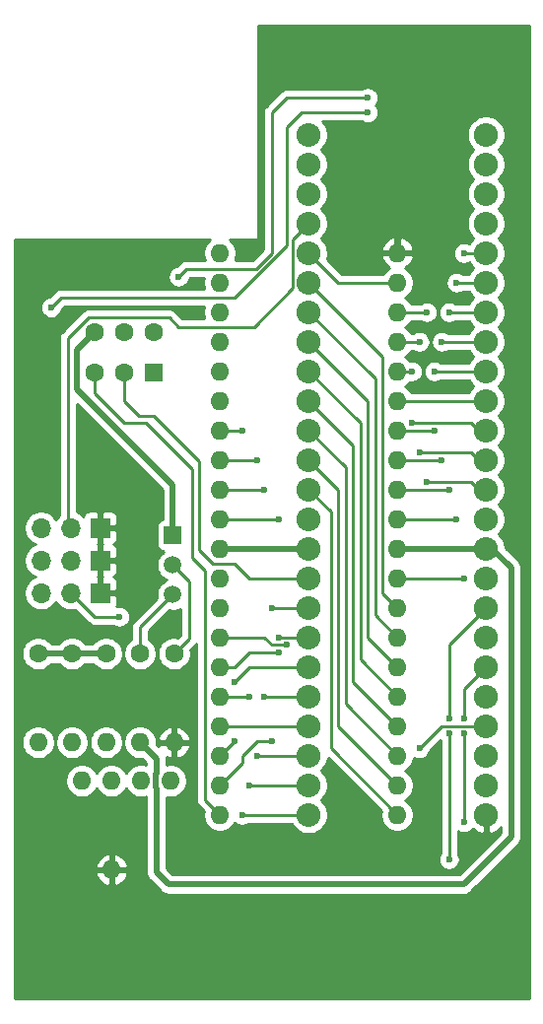
<source format=gtl>
G04 #@! TF.GenerationSoftware,KiCad,Pcbnew,(5.1.6-0-10_14)*
G04 #@! TF.CreationDate,2021-01-24T22:58:42+01:00*
G04 #@! TF.ProjectId,27c322,32376333-3232-42e6-9b69-6361645f7063,rev?*
G04 #@! TF.SameCoordinates,Original*
G04 #@! TF.FileFunction,Copper,L1,Top*
G04 #@! TF.FilePolarity,Positive*
%FSLAX46Y46*%
G04 Gerber Fmt 4.6, Leading zero omitted, Abs format (unit mm)*
G04 Created by KiCad (PCBNEW (5.1.6-0-10_14)) date 2021-01-24 22:58:42*
%MOMM*%
%LPD*%
G01*
G04 APERTURE LIST*
G04 #@! TA.AperFunction,ComponentPad*
%ADD10O,1.700000X1.700000*%
G04 #@! TD*
G04 #@! TA.AperFunction,ComponentPad*
%ADD11R,1.700000X1.700000*%
G04 #@! TD*
G04 #@! TA.AperFunction,ComponentPad*
%ADD12O,1.600000X1.600000*%
G04 #@! TD*
G04 #@! TA.AperFunction,ComponentPad*
%ADD13C,1.600000*%
G04 #@! TD*
G04 #@! TA.AperFunction,ComponentPad*
%ADD14C,1.500000*%
G04 #@! TD*
G04 #@! TA.AperFunction,ComponentPad*
%ADD15R,1.500000X1.500000*%
G04 #@! TD*
G04 #@! TA.AperFunction,ComponentPad*
%ADD16O,2.050000X2.050000*%
G04 #@! TD*
G04 #@! TA.AperFunction,ComponentPad*
%ADD17R,1.600000X1.600000*%
G04 #@! TD*
G04 #@! TA.AperFunction,ViaPad*
%ADD18C,0.600000*%
G04 #@! TD*
G04 #@! TA.AperFunction,Conductor*
%ADD19C,0.250000*%
G04 #@! TD*
G04 #@! TA.AperFunction,Conductor*
%ADD20C,0.500000*%
G04 #@! TD*
G04 #@! TA.AperFunction,Conductor*
%ADD21C,0.254000*%
G04 #@! TD*
G04 APERTURE END LIST*
D10*
X117983000Y-93345000D03*
X120523000Y-93345000D03*
D11*
X123063000Y-93345000D03*
D10*
X117983000Y-90551000D03*
X120523000Y-90551000D03*
D11*
X123063000Y-90551000D03*
D10*
X117983000Y-87757000D03*
X120523000Y-87757000D03*
D11*
X123063000Y-87757000D03*
D12*
X129413000Y-106172000D03*
D13*
X129413000Y-98552000D03*
D12*
X126492000Y-106172000D03*
D13*
X126492000Y-98552000D03*
D12*
X123571000Y-106172000D03*
D13*
X123571000Y-98552000D03*
D12*
X120650000Y-106172000D03*
D13*
X120650000Y-98552000D03*
D12*
X117729000Y-106172000D03*
D13*
X117729000Y-98552000D03*
D14*
X129286000Y-90932000D03*
X129286000Y-93472000D03*
D15*
X129286000Y-88392000D03*
D16*
X156210000Y-53975000D03*
X156210000Y-56515000D03*
X156210000Y-59055000D03*
X156210000Y-61595000D03*
X156210000Y-64135000D03*
X156210000Y-66675000D03*
X156210000Y-69215000D03*
X156210000Y-71755000D03*
X140970000Y-53975000D03*
X140970000Y-56515000D03*
X140970000Y-59055000D03*
X140970000Y-61595000D03*
X140970000Y-64135000D03*
X140970000Y-66675000D03*
X140970000Y-69215000D03*
X140970000Y-71755000D03*
X140970000Y-74295000D03*
X140970000Y-76835000D03*
X140970000Y-79375000D03*
X140970000Y-81915000D03*
X140970000Y-84455000D03*
X140970000Y-86995000D03*
X140970000Y-89535000D03*
X140970000Y-92075000D03*
X140970000Y-94615000D03*
X140970000Y-97155000D03*
X140970000Y-99695000D03*
X140970000Y-102235000D03*
X140970000Y-104775000D03*
X140970000Y-107315000D03*
X140970000Y-109855000D03*
X140970000Y-112395000D03*
X156210000Y-112395000D03*
X156210000Y-109855000D03*
X156210000Y-107315000D03*
X156210000Y-104775000D03*
X156210000Y-102235000D03*
X156210000Y-99695000D03*
X156210000Y-97155000D03*
X156210000Y-94615000D03*
X156210000Y-92075000D03*
X156210000Y-89535000D03*
X156210000Y-86995000D03*
X156210000Y-84455000D03*
X156210000Y-81915000D03*
X156210000Y-79375000D03*
X156210000Y-76835000D03*
X156210000Y-74295000D03*
D12*
X133350000Y-64135000D03*
X133350000Y-66675000D03*
X133350000Y-69215000D03*
X133350000Y-71755000D03*
X133350000Y-74295000D03*
X133350000Y-76835000D03*
X133350000Y-79375000D03*
X133350000Y-81915000D03*
X133350000Y-84455000D03*
X133350000Y-86995000D03*
X133350000Y-89535000D03*
X133350000Y-92075000D03*
X133350000Y-94615000D03*
X133350000Y-97155000D03*
X133350000Y-99695000D03*
X133350000Y-102235000D03*
X133350000Y-104775000D03*
X133350000Y-107315000D03*
X133350000Y-109855000D03*
X133350000Y-112395000D03*
X148590000Y-112395000D03*
X148590000Y-109855000D03*
X148590000Y-107315000D03*
X148590000Y-104775000D03*
X148590000Y-102235000D03*
X148590000Y-99695000D03*
X148590000Y-97155000D03*
X148590000Y-94615000D03*
X148590000Y-92075000D03*
X148590000Y-89535000D03*
X148590000Y-86995000D03*
X148590000Y-84455000D03*
X148590000Y-81915000D03*
X148590000Y-79375000D03*
X148590000Y-76835000D03*
X148590000Y-74295000D03*
X148590000Y-71755000D03*
X148590000Y-69215000D03*
X148590000Y-66675000D03*
X148590000Y-64135000D03*
D17*
X127635000Y-74422000D03*
D13*
X125095000Y-74422000D03*
X122555000Y-74422000D03*
X127635000Y-70922000D03*
X125095000Y-70922000D03*
X122555000Y-70922000D03*
D12*
X121495001Y-109474000D03*
X124035001Y-109474000D03*
X126575001Y-109474000D03*
X129115001Y-109474000D03*
X124035001Y-117094000D03*
D18*
X135255000Y-79375000D03*
X135255000Y-112395000D03*
X136525000Y-81915000D03*
X136525000Y-107315000D03*
X137160000Y-84455000D03*
X137160000Y-102235000D03*
X138430000Y-86995000D03*
X138430000Y-97155000D03*
X153035000Y-104140000D03*
X153035000Y-105410000D03*
X153035000Y-116205000D03*
X154305000Y-104140000D03*
X154305000Y-105410000D03*
X154305000Y-113030000D03*
X150495000Y-106680000D03*
X139065000Y-97790000D03*
X138430000Y-98425000D03*
X135890000Y-102235000D03*
X135890000Y-109855000D03*
X134620000Y-100965000D03*
X134620000Y-106045000D03*
X137795000Y-94615000D03*
X137795000Y-106045000D03*
X154305000Y-64135000D03*
X154305000Y-92075000D03*
X153670000Y-66675000D03*
X153670000Y-86995000D03*
X153035000Y-69215000D03*
X153035000Y-84455000D03*
X152400000Y-71755000D03*
X152400000Y-81915000D03*
X151765000Y-74295000D03*
X151765000Y-79375000D03*
X149860000Y-78740000D03*
X149860000Y-74295000D03*
X150495000Y-81280000D03*
X150495000Y-71755000D03*
X151130000Y-83820000D03*
X151130000Y-69215000D03*
X146050000Y-52070000D03*
X118849524Y-68804106D03*
X157861004Y-50800000D03*
X124714000Y-95377000D03*
X146050000Y-50800000D03*
X129794006Y-66167000D03*
D19*
X140970000Y-112395000D02*
X135255000Y-112395000D01*
X135255000Y-79375000D02*
X133350000Y-79375000D01*
X140970000Y-107315000D02*
X136525000Y-107315000D01*
X136525000Y-81915000D02*
X133350000Y-81915000D01*
X140970000Y-102235000D02*
X137160000Y-102235000D01*
X137160000Y-84455000D02*
X133350000Y-84455000D01*
X140970000Y-97155000D02*
X138430000Y-97155000D01*
X138430000Y-86995000D02*
X133350000Y-86995000D01*
X153035000Y-97790000D02*
X156210000Y-94615000D01*
X153035000Y-104140000D02*
X153035000Y-97790000D01*
X153035000Y-116205000D02*
X153035000Y-105410000D01*
X154305000Y-101600000D02*
X156210000Y-99695000D01*
X154305000Y-104140000D02*
X154305000Y-101600000D01*
X154305000Y-113030000D02*
X154305000Y-105410000D01*
X133350000Y-97155000D02*
X137160000Y-97155000D01*
X152400000Y-104775000D02*
X156210000Y-104775000D01*
X150495000Y-106680000D02*
X152400000Y-104775000D01*
X137795000Y-97790000D02*
X139065000Y-97790000D01*
X137160000Y-97155000D02*
X137795000Y-97790000D01*
X133350000Y-99695000D02*
X134620000Y-99695000D01*
X135890000Y-98425000D02*
X138430000Y-98425000D01*
X134620000Y-99695000D02*
X135890000Y-98425000D01*
X140970000Y-109855000D02*
X135890000Y-109855000D01*
X135890000Y-102235000D02*
X133350000Y-102235000D01*
X140970000Y-104775000D02*
X133350000Y-104775000D01*
X133350000Y-107315000D02*
X134620000Y-106045000D01*
X135890000Y-99695000D02*
X140970000Y-99695000D01*
X134620000Y-100965000D02*
X135890000Y-99695000D01*
X133350000Y-109855000D02*
X135255000Y-107950000D01*
X137795000Y-94615000D02*
X140970000Y-94615000D01*
X136525000Y-106045000D02*
X137795000Y-106045000D01*
X135255000Y-107315000D02*
X136525000Y-106045000D01*
X135255000Y-107950000D02*
X135255000Y-107315000D01*
X127000000Y-78740000D02*
X125095000Y-78740000D01*
X133350000Y-112395000D02*
X132080000Y-111125000D01*
X130937000Y-82677000D02*
X127000000Y-78740000D01*
X125095000Y-78740000D02*
X122555000Y-76200000D01*
X132080000Y-91440000D02*
X130937000Y-90297000D01*
X130937000Y-90297000D02*
X130937000Y-82677000D01*
X122555000Y-76200000D02*
X122555000Y-74422000D01*
X132080000Y-111125000D02*
X132080000Y-91440000D01*
X148590000Y-112395000D02*
X142875000Y-106680000D01*
X142875000Y-86360000D02*
X140970000Y-84455000D01*
X142875000Y-106680000D02*
X142875000Y-86360000D01*
X148590000Y-109855000D02*
X143510000Y-104775000D01*
X143510000Y-84455000D02*
X140970000Y-81915000D01*
X143510000Y-104775000D02*
X143510000Y-84455000D01*
X148590000Y-107315000D02*
X144145000Y-102870000D01*
X144145000Y-82550000D02*
X140970000Y-79375000D01*
X144145000Y-102870000D02*
X144145000Y-82550000D01*
X148590000Y-104775000D02*
X144780000Y-100965000D01*
X144780000Y-80645000D02*
X140970000Y-76835000D01*
X144780000Y-100965000D02*
X144780000Y-80645000D01*
X148590000Y-102235000D02*
X145415000Y-99060000D01*
X145415000Y-78740000D02*
X140970000Y-74295000D01*
X145415000Y-99060000D02*
X145415000Y-78740000D01*
X148590000Y-99695000D02*
X146050000Y-97155000D01*
X146050000Y-76835000D02*
X140970000Y-71755000D01*
X146050000Y-97155000D02*
X146050000Y-76835000D01*
X148590000Y-97155000D02*
X146685000Y-95250000D01*
X146685000Y-74930000D02*
X140970000Y-69215000D01*
X146685000Y-95250000D02*
X146685000Y-74930000D01*
X148590000Y-94615000D02*
X147320000Y-93345000D01*
X147320000Y-73025000D02*
X140970000Y-66675000D01*
X147320000Y-93345000D02*
X147320000Y-73025000D01*
X148590000Y-92075000D02*
X154305000Y-92075000D01*
X154305000Y-64135000D02*
X156210000Y-64135000D01*
X148590000Y-86995000D02*
X153670000Y-86995000D01*
X153670000Y-66675000D02*
X156210000Y-66675000D01*
X148590000Y-84455000D02*
X153035000Y-84455000D01*
X153035000Y-69215000D02*
X156210000Y-69215000D01*
X148590000Y-81915000D02*
X152400000Y-81915000D01*
X152400000Y-71755000D02*
X156210000Y-71755000D01*
X148590000Y-79375000D02*
X151765000Y-79375000D01*
X151765000Y-74295000D02*
X156210000Y-74295000D01*
X148590000Y-76835000D02*
X156210000Y-76835000D01*
X148590000Y-74295000D02*
X149860000Y-74295000D01*
X155575000Y-79375000D02*
X156210000Y-79375000D01*
X154940000Y-78740000D02*
X155575000Y-79375000D01*
X149860000Y-78740000D02*
X154940000Y-78740000D01*
X148590000Y-71755000D02*
X150495000Y-71755000D01*
X155575000Y-81915000D02*
X156210000Y-81915000D01*
X154940000Y-81280000D02*
X155575000Y-81915000D01*
X150495000Y-81280000D02*
X154940000Y-81280000D01*
X148590000Y-69215000D02*
X151130000Y-69215000D01*
X155575000Y-84455000D02*
X156210000Y-84455000D01*
X154940000Y-83820000D02*
X155575000Y-84455000D01*
X151130000Y-83820000D02*
X154940000Y-83820000D01*
X143510000Y-66675000D02*
X140970000Y-64135000D01*
X148590000Y-66675000D02*
X143510000Y-66675000D01*
X139065000Y-53340000D02*
X139065000Y-63500000D01*
X140335000Y-52070000D02*
X139065000Y-53340000D01*
X146050000Y-52070000D02*
X140335000Y-52070000D01*
X119708630Y-67945000D02*
X118849524Y-68804106D01*
X139065000Y-63500000D02*
X134620000Y-67945000D01*
X134620000Y-67945000D02*
X119708630Y-67945000D01*
X120269000Y-71457736D02*
X120269000Y-87503000D01*
X122049735Y-69677001D02*
X120269000Y-71457736D01*
X120269000Y-87503000D02*
X120523000Y-87757000D01*
X129793998Y-70485000D02*
X128985999Y-69677001D01*
X136285002Y-70485000D02*
X129793998Y-70485000D01*
X139619999Y-67150003D02*
X136285002Y-70485000D01*
X128985999Y-69677001D02*
X122049735Y-69677001D01*
X139619999Y-62945001D02*
X139619999Y-67150003D01*
X140970000Y-61595000D02*
X139619999Y-62945001D01*
D20*
X148590000Y-57150000D02*
X154940000Y-50800000D01*
X154940000Y-50800000D02*
X157861004Y-50800000D01*
X148590000Y-64135000D02*
X148590000Y-57150000D01*
X148590000Y-89535000D02*
X156210000Y-89535000D01*
X133350000Y-89535000D02*
X140970000Y-89535000D01*
X127889000Y-108849999D02*
X127865000Y-108873999D01*
X158369000Y-91186000D02*
X156718000Y-89535000D01*
X127889000Y-117348000D02*
X128905000Y-118364000D01*
X128905000Y-118364000D02*
X154305000Y-118364000D01*
X126492000Y-106172000D02*
X127889000Y-107569000D01*
X127889000Y-110098001D02*
X127889000Y-117348000D01*
X156718000Y-89535000D02*
X156210000Y-89535000D01*
X158369000Y-114300000D02*
X158369000Y-91186000D01*
X154305000Y-118364000D02*
X158369000Y-114300000D01*
X127889000Y-107569000D02*
X127889000Y-108849999D01*
X127865000Y-110074001D02*
X127889000Y-110098001D01*
X127865000Y-108873999D02*
X127865000Y-110074001D01*
X123571000Y-98552000D02*
X120650000Y-98552000D01*
X120650000Y-98552000D02*
X117729000Y-98552000D01*
D19*
X122555000Y-95377000D02*
X120523000Y-93345000D01*
X124714000Y-95377000D02*
X122555000Y-95377000D01*
D20*
X129286000Y-84074000D02*
X129286000Y-88392000D01*
X121031000Y-75819000D02*
X129286000Y-84074000D01*
X121031000Y-72446000D02*
X121031000Y-75819000D01*
X122555000Y-70922000D02*
X121031000Y-72446000D01*
D19*
X126492000Y-96266000D02*
X126492000Y-98552000D01*
X129286000Y-93472000D02*
X126492000Y-96266000D01*
X132715000Y-90805000D02*
X134620000Y-90805000D01*
X131572000Y-89662000D02*
X132715000Y-90805000D01*
X135890000Y-92075000D02*
X140970000Y-92075000D01*
X134620000Y-90805000D02*
X135890000Y-92075000D01*
X131572000Y-82042000D02*
X131572000Y-89662000D01*
X125095000Y-74422000D02*
X125095000Y-76835000D01*
X127635000Y-78105000D02*
X131572000Y-82042000D01*
X126365000Y-78105000D02*
X127635000Y-78105000D01*
X125095000Y-76835000D02*
X126365000Y-78105000D01*
X146050000Y-50800000D02*
X139065000Y-50800000D01*
X139065000Y-50800000D02*
X137795000Y-52070000D01*
X137795000Y-52070000D02*
X137795000Y-64133590D01*
X136442589Y-65486001D02*
X130475005Y-65486001D01*
X137795000Y-64133590D02*
X136442589Y-65486001D01*
X130475005Y-65486001D02*
X129794006Y-66167000D01*
X130683000Y-92329000D02*
X130683000Y-97282000D01*
X130683000Y-97282000D02*
X129413000Y-98552000D01*
X129286000Y-90932000D02*
X130683000Y-92329000D01*
D21*
G36*
X159893000Y-128143000D02*
G01*
X115697000Y-128143000D01*
X115697000Y-117443039D01*
X122643097Y-117443039D01*
X122683755Y-117577087D01*
X122803964Y-117831420D01*
X122971482Y-118057414D01*
X123179870Y-118246385D01*
X123421120Y-118391070D01*
X123685961Y-118485909D01*
X123908001Y-118364624D01*
X123908001Y-117221000D01*
X124162001Y-117221000D01*
X124162001Y-118364624D01*
X124384041Y-118485909D01*
X124648882Y-118391070D01*
X124890132Y-118246385D01*
X125098520Y-118057414D01*
X125266038Y-117831420D01*
X125386247Y-117577087D01*
X125426905Y-117443039D01*
X125304916Y-117221000D01*
X124162001Y-117221000D01*
X123908001Y-117221000D01*
X122765086Y-117221000D01*
X122643097Y-117443039D01*
X115697000Y-117443039D01*
X115697000Y-116744961D01*
X122643097Y-116744961D01*
X122765086Y-116967000D01*
X123908001Y-116967000D01*
X123908001Y-115823376D01*
X124162001Y-115823376D01*
X124162001Y-116967000D01*
X125304916Y-116967000D01*
X125426905Y-116744961D01*
X125386247Y-116610913D01*
X125266038Y-116356580D01*
X125098520Y-116130586D01*
X124890132Y-115941615D01*
X124648882Y-115796930D01*
X124384041Y-115702091D01*
X124162001Y-115823376D01*
X123908001Y-115823376D01*
X123685961Y-115702091D01*
X123421120Y-115796930D01*
X123179870Y-115941615D01*
X122971482Y-116130586D01*
X122803964Y-116356580D01*
X122683755Y-116610913D01*
X122643097Y-116744961D01*
X115697000Y-116744961D01*
X115697000Y-106030665D01*
X116294000Y-106030665D01*
X116294000Y-106313335D01*
X116349147Y-106590574D01*
X116457320Y-106851727D01*
X116614363Y-107086759D01*
X116814241Y-107286637D01*
X117049273Y-107443680D01*
X117310426Y-107551853D01*
X117587665Y-107607000D01*
X117870335Y-107607000D01*
X118147574Y-107551853D01*
X118408727Y-107443680D01*
X118643759Y-107286637D01*
X118843637Y-107086759D01*
X119000680Y-106851727D01*
X119108853Y-106590574D01*
X119164000Y-106313335D01*
X119164000Y-106030665D01*
X119215000Y-106030665D01*
X119215000Y-106313335D01*
X119270147Y-106590574D01*
X119378320Y-106851727D01*
X119535363Y-107086759D01*
X119735241Y-107286637D01*
X119970273Y-107443680D01*
X120231426Y-107551853D01*
X120508665Y-107607000D01*
X120791335Y-107607000D01*
X121068574Y-107551853D01*
X121329727Y-107443680D01*
X121564759Y-107286637D01*
X121764637Y-107086759D01*
X121921680Y-106851727D01*
X122029853Y-106590574D01*
X122085000Y-106313335D01*
X122085000Y-106030665D01*
X122136000Y-106030665D01*
X122136000Y-106313335D01*
X122191147Y-106590574D01*
X122299320Y-106851727D01*
X122456363Y-107086759D01*
X122656241Y-107286637D01*
X122891273Y-107443680D01*
X123152426Y-107551853D01*
X123429665Y-107607000D01*
X123712335Y-107607000D01*
X123989574Y-107551853D01*
X124250727Y-107443680D01*
X124485759Y-107286637D01*
X124685637Y-107086759D01*
X124842680Y-106851727D01*
X124950853Y-106590574D01*
X125006000Y-106313335D01*
X125006000Y-106030665D01*
X124950853Y-105753426D01*
X124842680Y-105492273D01*
X124685637Y-105257241D01*
X124485759Y-105057363D01*
X124250727Y-104900320D01*
X123989574Y-104792147D01*
X123712335Y-104737000D01*
X123429665Y-104737000D01*
X123152426Y-104792147D01*
X122891273Y-104900320D01*
X122656241Y-105057363D01*
X122456363Y-105257241D01*
X122299320Y-105492273D01*
X122191147Y-105753426D01*
X122136000Y-106030665D01*
X122085000Y-106030665D01*
X122029853Y-105753426D01*
X121921680Y-105492273D01*
X121764637Y-105257241D01*
X121564759Y-105057363D01*
X121329727Y-104900320D01*
X121068574Y-104792147D01*
X120791335Y-104737000D01*
X120508665Y-104737000D01*
X120231426Y-104792147D01*
X119970273Y-104900320D01*
X119735241Y-105057363D01*
X119535363Y-105257241D01*
X119378320Y-105492273D01*
X119270147Y-105753426D01*
X119215000Y-106030665D01*
X119164000Y-106030665D01*
X119108853Y-105753426D01*
X119000680Y-105492273D01*
X118843637Y-105257241D01*
X118643759Y-105057363D01*
X118408727Y-104900320D01*
X118147574Y-104792147D01*
X117870335Y-104737000D01*
X117587665Y-104737000D01*
X117310426Y-104792147D01*
X117049273Y-104900320D01*
X116814241Y-105057363D01*
X116614363Y-105257241D01*
X116457320Y-105492273D01*
X116349147Y-105753426D01*
X116294000Y-106030665D01*
X115697000Y-106030665D01*
X115697000Y-98410665D01*
X116294000Y-98410665D01*
X116294000Y-98693335D01*
X116349147Y-98970574D01*
X116457320Y-99231727D01*
X116614363Y-99466759D01*
X116814241Y-99666637D01*
X117049273Y-99823680D01*
X117310426Y-99931853D01*
X117587665Y-99987000D01*
X117870335Y-99987000D01*
X118147574Y-99931853D01*
X118408727Y-99823680D01*
X118643759Y-99666637D01*
X118843637Y-99466759D01*
X118863521Y-99437000D01*
X119515479Y-99437000D01*
X119535363Y-99466759D01*
X119735241Y-99666637D01*
X119970273Y-99823680D01*
X120231426Y-99931853D01*
X120508665Y-99987000D01*
X120791335Y-99987000D01*
X121068574Y-99931853D01*
X121329727Y-99823680D01*
X121564759Y-99666637D01*
X121764637Y-99466759D01*
X121784521Y-99437000D01*
X122436479Y-99437000D01*
X122456363Y-99466759D01*
X122656241Y-99666637D01*
X122891273Y-99823680D01*
X123152426Y-99931853D01*
X123429665Y-99987000D01*
X123712335Y-99987000D01*
X123989574Y-99931853D01*
X124250727Y-99823680D01*
X124485759Y-99666637D01*
X124685637Y-99466759D01*
X124842680Y-99231727D01*
X124950853Y-98970574D01*
X125006000Y-98693335D01*
X125006000Y-98410665D01*
X124950853Y-98133426D01*
X124842680Y-97872273D01*
X124685637Y-97637241D01*
X124485759Y-97437363D01*
X124250727Y-97280320D01*
X123989574Y-97172147D01*
X123712335Y-97117000D01*
X123429665Y-97117000D01*
X123152426Y-97172147D01*
X122891273Y-97280320D01*
X122656241Y-97437363D01*
X122456363Y-97637241D01*
X122436479Y-97667000D01*
X121784521Y-97667000D01*
X121764637Y-97637241D01*
X121564759Y-97437363D01*
X121329727Y-97280320D01*
X121068574Y-97172147D01*
X120791335Y-97117000D01*
X120508665Y-97117000D01*
X120231426Y-97172147D01*
X119970273Y-97280320D01*
X119735241Y-97437363D01*
X119535363Y-97637241D01*
X119515479Y-97667000D01*
X118863521Y-97667000D01*
X118843637Y-97637241D01*
X118643759Y-97437363D01*
X118408727Y-97280320D01*
X118147574Y-97172147D01*
X117870335Y-97117000D01*
X117587665Y-97117000D01*
X117310426Y-97172147D01*
X117049273Y-97280320D01*
X116814241Y-97437363D01*
X116614363Y-97637241D01*
X116457320Y-97872273D01*
X116349147Y-98133426D01*
X116294000Y-98410665D01*
X115697000Y-98410665D01*
X115697000Y-62992000D01*
X132477689Y-62992000D01*
X132435241Y-63020363D01*
X132235363Y-63220241D01*
X132078320Y-63455273D01*
X131970147Y-63716426D01*
X131915000Y-63993665D01*
X131915000Y-64276335D01*
X131970147Y-64553574D01*
X132041569Y-64726001D01*
X130512327Y-64726001D01*
X130475004Y-64722325D01*
X130437682Y-64726001D01*
X130437672Y-64726001D01*
X130326019Y-64736998D01*
X130182758Y-64780455D01*
X130050728Y-64851027D01*
X129994385Y-64897267D01*
X129935004Y-64946000D01*
X129911206Y-64974999D01*
X129642357Y-65243847D01*
X129521277Y-65267932D01*
X129351117Y-65338414D01*
X129197978Y-65440738D01*
X129067744Y-65570972D01*
X128965420Y-65724111D01*
X128894938Y-65894271D01*
X128859006Y-66074911D01*
X128859006Y-66259089D01*
X128894938Y-66439729D01*
X128965420Y-66609889D01*
X129067744Y-66763028D01*
X129197978Y-66893262D01*
X129351117Y-66995586D01*
X129521277Y-67066068D01*
X129701917Y-67102000D01*
X129886095Y-67102000D01*
X130066735Y-67066068D01*
X130236895Y-66995586D01*
X130390034Y-66893262D01*
X130520268Y-66763028D01*
X130622592Y-66609889D01*
X130693074Y-66439729D01*
X130717159Y-66318649D01*
X130789807Y-66246001D01*
X131974465Y-66246001D01*
X131970147Y-66256426D01*
X131915000Y-66533665D01*
X131915000Y-66816335D01*
X131970147Y-67093574D01*
X132008017Y-67185000D01*
X119745952Y-67185000D01*
X119708629Y-67181324D01*
X119671306Y-67185000D01*
X119671297Y-67185000D01*
X119559644Y-67195997D01*
X119416383Y-67239454D01*
X119284354Y-67310026D01*
X119168629Y-67404999D01*
X119144831Y-67433997D01*
X118697875Y-67880953D01*
X118576795Y-67905038D01*
X118406635Y-67975520D01*
X118253496Y-68077844D01*
X118123262Y-68208078D01*
X118020938Y-68361217D01*
X117950456Y-68531377D01*
X117914524Y-68712017D01*
X117914524Y-68896195D01*
X117950456Y-69076835D01*
X118020938Y-69246995D01*
X118123262Y-69400134D01*
X118253496Y-69530368D01*
X118406635Y-69632692D01*
X118576795Y-69703174D01*
X118757435Y-69739106D01*
X118941613Y-69739106D01*
X119122253Y-69703174D01*
X119292413Y-69632692D01*
X119445552Y-69530368D01*
X119575786Y-69400134D01*
X119678110Y-69246995D01*
X119748592Y-69076835D01*
X119772677Y-68955755D01*
X120023432Y-68705000D01*
X132008017Y-68705000D01*
X131970147Y-68796426D01*
X131915000Y-69073665D01*
X131915000Y-69356335D01*
X131970147Y-69633574D01*
X132008017Y-69725000D01*
X130108800Y-69725000D01*
X129549802Y-69166003D01*
X129526000Y-69137000D01*
X129410275Y-69042027D01*
X129278246Y-68971455D01*
X129134985Y-68927998D01*
X129023332Y-68917001D01*
X129023321Y-68917001D01*
X128985999Y-68913325D01*
X128948677Y-68917001D01*
X122087068Y-68917001D01*
X122049735Y-68913324D01*
X122012402Y-68917001D01*
X121900749Y-68927998D01*
X121757488Y-68971455D01*
X121625459Y-69042027D01*
X121509734Y-69137000D01*
X121485936Y-69165998D01*
X119758003Y-70893932D01*
X119728999Y-70917735D01*
X119687178Y-70968695D01*
X119634026Y-71033460D01*
X119600870Y-71095491D01*
X119563454Y-71165490D01*
X119519997Y-71308751D01*
X119509000Y-71420404D01*
X119509000Y-71420414D01*
X119505324Y-71457736D01*
X119509000Y-71495058D01*
X119509001Y-86670892D01*
X119369525Y-86810368D01*
X119253000Y-86984760D01*
X119136475Y-86810368D01*
X118929632Y-86603525D01*
X118686411Y-86441010D01*
X118416158Y-86329068D01*
X118129260Y-86272000D01*
X117836740Y-86272000D01*
X117549842Y-86329068D01*
X117279589Y-86441010D01*
X117036368Y-86603525D01*
X116829525Y-86810368D01*
X116667010Y-87053589D01*
X116555068Y-87323842D01*
X116498000Y-87610740D01*
X116498000Y-87903260D01*
X116555068Y-88190158D01*
X116667010Y-88460411D01*
X116829525Y-88703632D01*
X117036368Y-88910475D01*
X117279589Y-89072990D01*
X117475165Y-89154000D01*
X117279589Y-89235010D01*
X117036368Y-89397525D01*
X116829525Y-89604368D01*
X116667010Y-89847589D01*
X116555068Y-90117842D01*
X116498000Y-90404740D01*
X116498000Y-90697260D01*
X116555068Y-90984158D01*
X116667010Y-91254411D01*
X116829525Y-91497632D01*
X117036368Y-91704475D01*
X117279589Y-91866990D01*
X117475165Y-91948000D01*
X117279589Y-92029010D01*
X117036368Y-92191525D01*
X116829525Y-92398368D01*
X116667010Y-92641589D01*
X116555068Y-92911842D01*
X116498000Y-93198740D01*
X116498000Y-93491260D01*
X116555068Y-93778158D01*
X116667010Y-94048411D01*
X116829525Y-94291632D01*
X117036368Y-94498475D01*
X117279589Y-94660990D01*
X117549842Y-94772932D01*
X117836740Y-94830000D01*
X118129260Y-94830000D01*
X118416158Y-94772932D01*
X118686411Y-94660990D01*
X118929632Y-94498475D01*
X119136475Y-94291632D01*
X119253000Y-94117240D01*
X119369525Y-94291632D01*
X119576368Y-94498475D01*
X119819589Y-94660990D01*
X120089842Y-94772932D01*
X120376740Y-94830000D01*
X120669260Y-94830000D01*
X120889408Y-94786209D01*
X121991201Y-95888003D01*
X122014999Y-95917001D01*
X122043997Y-95940799D01*
X122130723Y-96011974D01*
X122262753Y-96082546D01*
X122406014Y-96126003D01*
X122517667Y-96137000D01*
X122517677Y-96137000D01*
X122555000Y-96140676D01*
X122592323Y-96137000D01*
X124168465Y-96137000D01*
X124271111Y-96205586D01*
X124441271Y-96276068D01*
X124621911Y-96312000D01*
X124806089Y-96312000D01*
X124986729Y-96276068D01*
X125156889Y-96205586D01*
X125310028Y-96103262D01*
X125440262Y-95973028D01*
X125542586Y-95819889D01*
X125613068Y-95649729D01*
X125649000Y-95469089D01*
X125649000Y-95284911D01*
X125613068Y-95104271D01*
X125542586Y-94934111D01*
X125440262Y-94780972D01*
X125310028Y-94650738D01*
X125156889Y-94548414D01*
X124986729Y-94477932D01*
X124806089Y-94442000D01*
X124621911Y-94442000D01*
X124486609Y-94468914D01*
X124502502Y-94439180D01*
X124538812Y-94319482D01*
X124551072Y-94195000D01*
X124548000Y-93630750D01*
X124389250Y-93472000D01*
X123190000Y-93472000D01*
X123190000Y-93492000D01*
X122936000Y-93492000D01*
X122936000Y-93472000D01*
X122916000Y-93472000D01*
X122916000Y-93218000D01*
X122936000Y-93218000D01*
X122936000Y-92018750D01*
X122865250Y-91948000D01*
X122936000Y-91877250D01*
X122936000Y-90678000D01*
X123190000Y-90678000D01*
X123190000Y-91877250D01*
X123260750Y-91948000D01*
X123190000Y-92018750D01*
X123190000Y-93218000D01*
X124389250Y-93218000D01*
X124548000Y-93059250D01*
X124551072Y-92495000D01*
X124538812Y-92370518D01*
X124502502Y-92250820D01*
X124443537Y-92140506D01*
X124364185Y-92043815D01*
X124267494Y-91964463D01*
X124236694Y-91948000D01*
X124267494Y-91931537D01*
X124364185Y-91852185D01*
X124443537Y-91755494D01*
X124502502Y-91645180D01*
X124538812Y-91525482D01*
X124551072Y-91401000D01*
X124548000Y-90836750D01*
X124389250Y-90678000D01*
X123190000Y-90678000D01*
X122936000Y-90678000D01*
X122916000Y-90678000D01*
X122916000Y-90424000D01*
X122936000Y-90424000D01*
X122936000Y-89224750D01*
X122865250Y-89154000D01*
X122936000Y-89083250D01*
X122936000Y-87884000D01*
X123190000Y-87884000D01*
X123190000Y-89083250D01*
X123260750Y-89154000D01*
X123190000Y-89224750D01*
X123190000Y-90424000D01*
X124389250Y-90424000D01*
X124548000Y-90265250D01*
X124551072Y-89701000D01*
X124538812Y-89576518D01*
X124502502Y-89456820D01*
X124443537Y-89346506D01*
X124364185Y-89249815D01*
X124267494Y-89170463D01*
X124236694Y-89154000D01*
X124267494Y-89137537D01*
X124364185Y-89058185D01*
X124443537Y-88961494D01*
X124502502Y-88851180D01*
X124538812Y-88731482D01*
X124551072Y-88607000D01*
X124548000Y-88042750D01*
X124389250Y-87884000D01*
X123190000Y-87884000D01*
X122936000Y-87884000D01*
X122916000Y-87884000D01*
X122916000Y-87630000D01*
X122936000Y-87630000D01*
X122936000Y-86430750D01*
X123190000Y-86430750D01*
X123190000Y-87630000D01*
X124389250Y-87630000D01*
X124548000Y-87471250D01*
X124551072Y-86907000D01*
X124538812Y-86782518D01*
X124502502Y-86662820D01*
X124443537Y-86552506D01*
X124364185Y-86455815D01*
X124267494Y-86376463D01*
X124157180Y-86317498D01*
X124037482Y-86281188D01*
X123913000Y-86268928D01*
X123348750Y-86272000D01*
X123190000Y-86430750D01*
X122936000Y-86430750D01*
X122777250Y-86272000D01*
X122213000Y-86268928D01*
X122088518Y-86281188D01*
X121968820Y-86317498D01*
X121858506Y-86376463D01*
X121761815Y-86455815D01*
X121682463Y-86552506D01*
X121623498Y-86662820D01*
X121601487Y-86735380D01*
X121469632Y-86603525D01*
X121226411Y-86441010D01*
X121029000Y-86359240D01*
X121029000Y-77068578D01*
X128401000Y-84440579D01*
X128401001Y-87019378D01*
X128291820Y-87052498D01*
X128181506Y-87111463D01*
X128084815Y-87190815D01*
X128005463Y-87287506D01*
X127946498Y-87397820D01*
X127910188Y-87517518D01*
X127897928Y-87642000D01*
X127897928Y-89142000D01*
X127910188Y-89266482D01*
X127946498Y-89386180D01*
X128005463Y-89496494D01*
X128084815Y-89593185D01*
X128181506Y-89672537D01*
X128291820Y-89731502D01*
X128411518Y-89767812D01*
X128519483Y-89778445D01*
X128403114Y-89856201D01*
X128210201Y-90049114D01*
X128058629Y-90275957D01*
X127954225Y-90528011D01*
X127901000Y-90795589D01*
X127901000Y-91068411D01*
X127954225Y-91335989D01*
X128058629Y-91588043D01*
X128210201Y-91814886D01*
X128403114Y-92007799D01*
X128629957Y-92159371D01*
X128732873Y-92202000D01*
X128629957Y-92244629D01*
X128403114Y-92396201D01*
X128210201Y-92589114D01*
X128058629Y-92815957D01*
X127954225Y-93068011D01*
X127901000Y-93335589D01*
X127901000Y-93608411D01*
X127929833Y-93753365D01*
X125981003Y-95702196D01*
X125951999Y-95725999D01*
X125911665Y-95775147D01*
X125857026Y-95841724D01*
X125786842Y-95973028D01*
X125786454Y-95973754D01*
X125742997Y-96117015D01*
X125732000Y-96228668D01*
X125732000Y-96228678D01*
X125728324Y-96266000D01*
X125732000Y-96303323D01*
X125732000Y-97333956D01*
X125577241Y-97437363D01*
X125377363Y-97637241D01*
X125220320Y-97872273D01*
X125112147Y-98133426D01*
X125057000Y-98410665D01*
X125057000Y-98693335D01*
X125112147Y-98970574D01*
X125220320Y-99231727D01*
X125377363Y-99466759D01*
X125577241Y-99666637D01*
X125812273Y-99823680D01*
X126073426Y-99931853D01*
X126350665Y-99987000D01*
X126633335Y-99987000D01*
X126910574Y-99931853D01*
X127171727Y-99823680D01*
X127406759Y-99666637D01*
X127606637Y-99466759D01*
X127763680Y-99231727D01*
X127871853Y-98970574D01*
X127927000Y-98693335D01*
X127927000Y-98410665D01*
X127871853Y-98133426D01*
X127763680Y-97872273D01*
X127606637Y-97637241D01*
X127406759Y-97437363D01*
X127252000Y-97333957D01*
X127252000Y-96580801D01*
X129004635Y-94828167D01*
X129149589Y-94857000D01*
X129422411Y-94857000D01*
X129689989Y-94803775D01*
X129923000Y-94707259D01*
X129923001Y-96967197D01*
X129736886Y-97153312D01*
X129554335Y-97117000D01*
X129271665Y-97117000D01*
X128994426Y-97172147D01*
X128733273Y-97280320D01*
X128498241Y-97437363D01*
X128298363Y-97637241D01*
X128141320Y-97872273D01*
X128033147Y-98133426D01*
X127978000Y-98410665D01*
X127978000Y-98693335D01*
X128033147Y-98970574D01*
X128141320Y-99231727D01*
X128298363Y-99466759D01*
X128498241Y-99666637D01*
X128733273Y-99823680D01*
X128994426Y-99931853D01*
X129271665Y-99987000D01*
X129554335Y-99987000D01*
X129831574Y-99931853D01*
X130092727Y-99823680D01*
X130327759Y-99666637D01*
X130527637Y-99466759D01*
X130684680Y-99231727D01*
X130792853Y-98970574D01*
X130848000Y-98693335D01*
X130848000Y-98410665D01*
X130811688Y-98228114D01*
X131194003Y-97845799D01*
X131223001Y-97822001D01*
X131317974Y-97706276D01*
X131320001Y-97702484D01*
X131320000Y-111087678D01*
X131316324Y-111125000D01*
X131320000Y-111162322D01*
X131320000Y-111162332D01*
X131330997Y-111273985D01*
X131374454Y-111417246D01*
X131445026Y-111549276D01*
X131459091Y-111566414D01*
X131539999Y-111665001D01*
X131569003Y-111688804D01*
X131951312Y-112071114D01*
X131915000Y-112253665D01*
X131915000Y-112536335D01*
X131970147Y-112813574D01*
X132078320Y-113074727D01*
X132235363Y-113309759D01*
X132435241Y-113509637D01*
X132670273Y-113666680D01*
X132931426Y-113774853D01*
X133208665Y-113830000D01*
X133491335Y-113830000D01*
X133768574Y-113774853D01*
X134029727Y-113666680D01*
X134264759Y-113509637D01*
X134464637Y-113309759D01*
X134617978Y-113080268D01*
X134658972Y-113121262D01*
X134812111Y-113223586D01*
X134982271Y-113294068D01*
X135162911Y-113330000D01*
X135347089Y-113330000D01*
X135527729Y-113294068D01*
X135697889Y-113223586D01*
X135800535Y-113155000D01*
X139488031Y-113155000D01*
X139498927Y-113181305D01*
X139680594Y-113453188D01*
X139911812Y-113684406D01*
X140183695Y-113866073D01*
X140485796Y-113991207D01*
X140806504Y-114055000D01*
X141133496Y-114055000D01*
X141454204Y-113991207D01*
X141756305Y-113866073D01*
X142028188Y-113684406D01*
X142259406Y-113453188D01*
X142441073Y-113181305D01*
X142566207Y-112879204D01*
X142630000Y-112558496D01*
X142630000Y-112231504D01*
X142566207Y-111910796D01*
X142441073Y-111608695D01*
X142259406Y-111336812D01*
X142047594Y-111125000D01*
X142259406Y-110913188D01*
X142441073Y-110641305D01*
X142566207Y-110339204D01*
X142630000Y-110018496D01*
X142630000Y-109691504D01*
X142566207Y-109370796D01*
X142441073Y-109068695D01*
X142259406Y-108796812D01*
X142047594Y-108585000D01*
X142259406Y-108373188D01*
X142441073Y-108101305D01*
X142566207Y-107799204D01*
X142624806Y-107504607D01*
X147191312Y-112071114D01*
X147155000Y-112253665D01*
X147155000Y-112536335D01*
X147210147Y-112813574D01*
X147318320Y-113074727D01*
X147475363Y-113309759D01*
X147675241Y-113509637D01*
X147910273Y-113666680D01*
X148171426Y-113774853D01*
X148448665Y-113830000D01*
X148731335Y-113830000D01*
X149008574Y-113774853D01*
X149269727Y-113666680D01*
X149504759Y-113509637D01*
X149704637Y-113309759D01*
X149861680Y-113074727D01*
X149969853Y-112813574D01*
X150025000Y-112536335D01*
X150025000Y-112253665D01*
X149969853Y-111976426D01*
X149861680Y-111715273D01*
X149704637Y-111480241D01*
X149504759Y-111280363D01*
X149272241Y-111125000D01*
X149504759Y-110969637D01*
X149704637Y-110769759D01*
X149861680Y-110534727D01*
X149969853Y-110273574D01*
X150025000Y-109996335D01*
X150025000Y-109713665D01*
X149969853Y-109436426D01*
X149861680Y-109175273D01*
X149704637Y-108940241D01*
X149504759Y-108740363D01*
X149272241Y-108585000D01*
X149504759Y-108429637D01*
X149704637Y-108229759D01*
X149861680Y-107994727D01*
X149969853Y-107733574D01*
X150019006Y-107486466D01*
X150052111Y-107508586D01*
X150222271Y-107579068D01*
X150402911Y-107615000D01*
X150587089Y-107615000D01*
X150767729Y-107579068D01*
X150937889Y-107508586D01*
X151091028Y-107406262D01*
X151221262Y-107276028D01*
X151323586Y-107122889D01*
X151394068Y-106952729D01*
X151418153Y-106831648D01*
X152275001Y-105974801D01*
X152275000Y-115659465D01*
X152206414Y-115762111D01*
X152135932Y-115932271D01*
X152100000Y-116112911D01*
X152100000Y-116297089D01*
X152135932Y-116477729D01*
X152206414Y-116647889D01*
X152308738Y-116801028D01*
X152438972Y-116931262D01*
X152592111Y-117033586D01*
X152762271Y-117104068D01*
X152942911Y-117140000D01*
X153127089Y-117140000D01*
X153307729Y-117104068D01*
X153477889Y-117033586D01*
X153631028Y-116931262D01*
X153761262Y-116801028D01*
X153863586Y-116647889D01*
X153934068Y-116477729D01*
X153970000Y-116297089D01*
X153970000Y-116112911D01*
X153934068Y-115932271D01*
X153863586Y-115762111D01*
X153795000Y-115659465D01*
X153795000Y-113813744D01*
X153862111Y-113858586D01*
X154032271Y-113929068D01*
X154212911Y-113965000D01*
X154397089Y-113965000D01*
X154577729Y-113929068D01*
X154747889Y-113858586D01*
X154901028Y-113756262D01*
X155031262Y-113626028D01*
X155059884Y-113583192D01*
X155236907Y-113739880D01*
X155517978Y-113903880D01*
X155825643Y-114009894D01*
X156083000Y-113891389D01*
X156083000Y-112522000D01*
X156063000Y-112522000D01*
X156063000Y-112268000D01*
X156083000Y-112268000D01*
X156083000Y-112248000D01*
X156337000Y-112248000D01*
X156337000Y-112268000D01*
X156357000Y-112268000D01*
X156357000Y-112522000D01*
X156337000Y-112522000D01*
X156337000Y-113891389D01*
X156594357Y-114009894D01*
X156902022Y-113903880D01*
X157183093Y-113739880D01*
X157426768Y-113524197D01*
X157484000Y-113448898D01*
X157484000Y-113933421D01*
X153938422Y-117479000D01*
X129271579Y-117479000D01*
X128774000Y-116981422D01*
X128774000Y-110869283D01*
X128973666Y-110909000D01*
X129256336Y-110909000D01*
X129533575Y-110853853D01*
X129794728Y-110745680D01*
X130029760Y-110588637D01*
X130229638Y-110388759D01*
X130386681Y-110153727D01*
X130494854Y-109892574D01*
X130550001Y-109615335D01*
X130550001Y-109332665D01*
X130494854Y-109055426D01*
X130386681Y-108794273D01*
X130229638Y-108559241D01*
X130029760Y-108359363D01*
X129794728Y-108202320D01*
X129533575Y-108094147D01*
X129256336Y-108039000D01*
X128973666Y-108039000D01*
X128774000Y-108078717D01*
X128774000Y-107612465D01*
X128778281Y-107568999D01*
X128774000Y-107525533D01*
X128774000Y-107525523D01*
X128766153Y-107445846D01*
X128929913Y-107523246D01*
X129063961Y-107563904D01*
X129286000Y-107441915D01*
X129286000Y-106299000D01*
X129540000Y-106299000D01*
X129540000Y-107441915D01*
X129762039Y-107563904D01*
X129896087Y-107523246D01*
X130150420Y-107403037D01*
X130376414Y-107235519D01*
X130565385Y-107027131D01*
X130710070Y-106785881D01*
X130804909Y-106521040D01*
X130683624Y-106299000D01*
X129540000Y-106299000D01*
X129286000Y-106299000D01*
X128142376Y-106299000D01*
X128046359Y-106474781D01*
X127920017Y-106348439D01*
X127927000Y-106313335D01*
X127927000Y-106030665D01*
X127885685Y-105822960D01*
X128021091Y-105822960D01*
X128142376Y-106045000D01*
X129286000Y-106045000D01*
X129286000Y-104902085D01*
X129540000Y-104902085D01*
X129540000Y-106045000D01*
X130683624Y-106045000D01*
X130804909Y-105822960D01*
X130710070Y-105558119D01*
X130565385Y-105316869D01*
X130376414Y-105108481D01*
X130150420Y-104940963D01*
X129896087Y-104820754D01*
X129762039Y-104780096D01*
X129540000Y-104902085D01*
X129286000Y-104902085D01*
X129063961Y-104780096D01*
X128929913Y-104820754D01*
X128675580Y-104940963D01*
X128449586Y-105108481D01*
X128260615Y-105316869D01*
X128115930Y-105558119D01*
X128021091Y-105822960D01*
X127885685Y-105822960D01*
X127871853Y-105753426D01*
X127763680Y-105492273D01*
X127606637Y-105257241D01*
X127406759Y-105057363D01*
X127171727Y-104900320D01*
X126910574Y-104792147D01*
X126633335Y-104737000D01*
X126350665Y-104737000D01*
X126073426Y-104792147D01*
X125812273Y-104900320D01*
X125577241Y-105057363D01*
X125377363Y-105257241D01*
X125220320Y-105492273D01*
X125112147Y-105753426D01*
X125057000Y-106030665D01*
X125057000Y-106313335D01*
X125112147Y-106590574D01*
X125220320Y-106851727D01*
X125377363Y-107086759D01*
X125577241Y-107286637D01*
X125812273Y-107443680D01*
X126073426Y-107551853D01*
X126350665Y-107607000D01*
X126633335Y-107607000D01*
X126668439Y-107600017D01*
X127004000Y-107935579D01*
X127004000Y-108098465D01*
X126993575Y-108094147D01*
X126716336Y-108039000D01*
X126433666Y-108039000D01*
X126156427Y-108094147D01*
X125895274Y-108202320D01*
X125660242Y-108359363D01*
X125460364Y-108559241D01*
X125305001Y-108791759D01*
X125149638Y-108559241D01*
X124949760Y-108359363D01*
X124714728Y-108202320D01*
X124453575Y-108094147D01*
X124176336Y-108039000D01*
X123893666Y-108039000D01*
X123616427Y-108094147D01*
X123355274Y-108202320D01*
X123120242Y-108359363D01*
X122920364Y-108559241D01*
X122765001Y-108791759D01*
X122609638Y-108559241D01*
X122409760Y-108359363D01*
X122174728Y-108202320D01*
X121913575Y-108094147D01*
X121636336Y-108039000D01*
X121353666Y-108039000D01*
X121076427Y-108094147D01*
X120815274Y-108202320D01*
X120580242Y-108359363D01*
X120380364Y-108559241D01*
X120223321Y-108794273D01*
X120115148Y-109055426D01*
X120060001Y-109332665D01*
X120060001Y-109615335D01*
X120115148Y-109892574D01*
X120223321Y-110153727D01*
X120380364Y-110388759D01*
X120580242Y-110588637D01*
X120815274Y-110745680D01*
X121076427Y-110853853D01*
X121353666Y-110909000D01*
X121636336Y-110909000D01*
X121913575Y-110853853D01*
X122174728Y-110745680D01*
X122409760Y-110588637D01*
X122609638Y-110388759D01*
X122765001Y-110156241D01*
X122920364Y-110388759D01*
X123120242Y-110588637D01*
X123355274Y-110745680D01*
X123616427Y-110853853D01*
X123893666Y-110909000D01*
X124176336Y-110909000D01*
X124453575Y-110853853D01*
X124714728Y-110745680D01*
X124949760Y-110588637D01*
X125149638Y-110388759D01*
X125305001Y-110156241D01*
X125460364Y-110388759D01*
X125660242Y-110588637D01*
X125895274Y-110745680D01*
X126156427Y-110853853D01*
X126433666Y-110909000D01*
X126716336Y-110909000D01*
X126993575Y-110853853D01*
X127004000Y-110849535D01*
X127004001Y-117304521D01*
X126999719Y-117348000D01*
X127016805Y-117521490D01*
X127067412Y-117688313D01*
X127149590Y-117842059D01*
X127232468Y-117943046D01*
X127232471Y-117943049D01*
X127260184Y-117976817D01*
X127293951Y-118004529D01*
X128248470Y-118959049D01*
X128276183Y-118992817D01*
X128309951Y-119020530D01*
X128309953Y-119020532D01*
X128381452Y-119079210D01*
X128410941Y-119103411D01*
X128564687Y-119185589D01*
X128680903Y-119220843D01*
X128731509Y-119236195D01*
X128746306Y-119237652D01*
X128861523Y-119249000D01*
X128861531Y-119249000D01*
X128905000Y-119253281D01*
X128948469Y-119249000D01*
X154261531Y-119249000D01*
X154305000Y-119253281D01*
X154348469Y-119249000D01*
X154348477Y-119249000D01*
X154478490Y-119236195D01*
X154645313Y-119185589D01*
X154799059Y-119103411D01*
X154933817Y-118992817D01*
X154961534Y-118959044D01*
X158964050Y-114956528D01*
X158997817Y-114928817D01*
X159108411Y-114794059D01*
X159190589Y-114640313D01*
X159241195Y-114473490D01*
X159254000Y-114343477D01*
X159254000Y-114343469D01*
X159258281Y-114300000D01*
X159254000Y-114256531D01*
X159254000Y-91229469D01*
X159258281Y-91186000D01*
X159254000Y-91142531D01*
X159254000Y-91142523D01*
X159241195Y-91012510D01*
X159190589Y-90845687D01*
X159190589Y-90845686D01*
X159108411Y-90691941D01*
X159025532Y-90590953D01*
X159025530Y-90590951D01*
X158997817Y-90557183D01*
X158964049Y-90529470D01*
X157870000Y-89435422D01*
X157870000Y-89371504D01*
X157806207Y-89050796D01*
X157681073Y-88748695D01*
X157499406Y-88476812D01*
X157287594Y-88265000D01*
X157499406Y-88053188D01*
X157681073Y-87781305D01*
X157806207Y-87479204D01*
X157870000Y-87158496D01*
X157870000Y-86831504D01*
X157806207Y-86510796D01*
X157681073Y-86208695D01*
X157499406Y-85936812D01*
X157287594Y-85725000D01*
X157499406Y-85513188D01*
X157681073Y-85241305D01*
X157806207Y-84939204D01*
X157870000Y-84618496D01*
X157870000Y-84291504D01*
X157806207Y-83970796D01*
X157681073Y-83668695D01*
X157499406Y-83396812D01*
X157287594Y-83185000D01*
X157499406Y-82973188D01*
X157681073Y-82701305D01*
X157806207Y-82399204D01*
X157870000Y-82078496D01*
X157870000Y-81751504D01*
X157806207Y-81430796D01*
X157681073Y-81128695D01*
X157499406Y-80856812D01*
X157287594Y-80645000D01*
X157499406Y-80433188D01*
X157681073Y-80161305D01*
X157806207Y-79859204D01*
X157870000Y-79538496D01*
X157870000Y-79211504D01*
X157806207Y-78890796D01*
X157681073Y-78588695D01*
X157499406Y-78316812D01*
X157287594Y-78105000D01*
X157499406Y-77893188D01*
X157681073Y-77621305D01*
X157806207Y-77319204D01*
X157870000Y-76998496D01*
X157870000Y-76671504D01*
X157806207Y-76350796D01*
X157681073Y-76048695D01*
X157499406Y-75776812D01*
X157287594Y-75565000D01*
X157499406Y-75353188D01*
X157681073Y-75081305D01*
X157806207Y-74779204D01*
X157870000Y-74458496D01*
X157870000Y-74131504D01*
X157806207Y-73810796D01*
X157681073Y-73508695D01*
X157499406Y-73236812D01*
X157287594Y-73025000D01*
X157499406Y-72813188D01*
X157681073Y-72541305D01*
X157806207Y-72239204D01*
X157870000Y-71918496D01*
X157870000Y-71591504D01*
X157806207Y-71270796D01*
X157681073Y-70968695D01*
X157499406Y-70696812D01*
X157287594Y-70485000D01*
X157499406Y-70273188D01*
X157681073Y-70001305D01*
X157806207Y-69699204D01*
X157870000Y-69378496D01*
X157870000Y-69051504D01*
X157806207Y-68730796D01*
X157681073Y-68428695D01*
X157499406Y-68156812D01*
X157287594Y-67945000D01*
X157499406Y-67733188D01*
X157681073Y-67461305D01*
X157806207Y-67159204D01*
X157870000Y-66838496D01*
X157870000Y-66511504D01*
X157806207Y-66190796D01*
X157681073Y-65888695D01*
X157499406Y-65616812D01*
X157287594Y-65405000D01*
X157499406Y-65193188D01*
X157681073Y-64921305D01*
X157806207Y-64619204D01*
X157870000Y-64298496D01*
X157870000Y-63971504D01*
X157806207Y-63650796D01*
X157681073Y-63348695D01*
X157499406Y-63076812D01*
X157287594Y-62865000D01*
X157499406Y-62653188D01*
X157681073Y-62381305D01*
X157806207Y-62079204D01*
X157870000Y-61758496D01*
X157870000Y-61431504D01*
X157806207Y-61110796D01*
X157681073Y-60808695D01*
X157499406Y-60536812D01*
X157287594Y-60325000D01*
X157499406Y-60113188D01*
X157681073Y-59841305D01*
X157806207Y-59539204D01*
X157870000Y-59218496D01*
X157870000Y-58891504D01*
X157806207Y-58570796D01*
X157681073Y-58268695D01*
X157499406Y-57996812D01*
X157287594Y-57785000D01*
X157499406Y-57573188D01*
X157681073Y-57301305D01*
X157806207Y-56999204D01*
X157870000Y-56678496D01*
X157870000Y-56351504D01*
X157806207Y-56030796D01*
X157681073Y-55728695D01*
X157499406Y-55456812D01*
X157287594Y-55245000D01*
X157499406Y-55033188D01*
X157681073Y-54761305D01*
X157806207Y-54459204D01*
X157870000Y-54138496D01*
X157870000Y-53811504D01*
X157806207Y-53490796D01*
X157681073Y-53188695D01*
X157499406Y-52916812D01*
X157268188Y-52685594D01*
X156996305Y-52503927D01*
X156694204Y-52378793D01*
X156373496Y-52315000D01*
X156046504Y-52315000D01*
X155725796Y-52378793D01*
X155423695Y-52503927D01*
X155151812Y-52685594D01*
X154920594Y-52916812D01*
X154738927Y-53188695D01*
X154613793Y-53490796D01*
X154550000Y-53811504D01*
X154550000Y-54138496D01*
X154613793Y-54459204D01*
X154738927Y-54761305D01*
X154920594Y-55033188D01*
X155132406Y-55245000D01*
X154920594Y-55456812D01*
X154738927Y-55728695D01*
X154613793Y-56030796D01*
X154550000Y-56351504D01*
X154550000Y-56678496D01*
X154613793Y-56999204D01*
X154738927Y-57301305D01*
X154920594Y-57573188D01*
X155132406Y-57785000D01*
X154920594Y-57996812D01*
X154738927Y-58268695D01*
X154613793Y-58570796D01*
X154550000Y-58891504D01*
X154550000Y-59218496D01*
X154613793Y-59539204D01*
X154738927Y-59841305D01*
X154920594Y-60113188D01*
X155132406Y-60325000D01*
X154920594Y-60536812D01*
X154738927Y-60808695D01*
X154613793Y-61110796D01*
X154550000Y-61431504D01*
X154550000Y-61758496D01*
X154613793Y-62079204D01*
X154738927Y-62381305D01*
X154920594Y-62653188D01*
X155132406Y-62865000D01*
X154920594Y-63076812D01*
X154761225Y-63315324D01*
X154747889Y-63306414D01*
X154577729Y-63235932D01*
X154397089Y-63200000D01*
X154212911Y-63200000D01*
X154032271Y-63235932D01*
X153862111Y-63306414D01*
X153708972Y-63408738D01*
X153578738Y-63538972D01*
X153476414Y-63692111D01*
X153405932Y-63862271D01*
X153370000Y-64042911D01*
X153370000Y-64227089D01*
X153405932Y-64407729D01*
X153476414Y-64577889D01*
X153578738Y-64731028D01*
X153708972Y-64861262D01*
X153862111Y-64963586D01*
X154032271Y-65034068D01*
X154212911Y-65070000D01*
X154397089Y-65070000D01*
X154577729Y-65034068D01*
X154747889Y-64963586D01*
X154761225Y-64954676D01*
X154920594Y-65193188D01*
X155132406Y-65405000D01*
X154920594Y-65616812D01*
X154738927Y-65888695D01*
X154728031Y-65915000D01*
X154215535Y-65915000D01*
X154112889Y-65846414D01*
X153942729Y-65775932D01*
X153762089Y-65740000D01*
X153577911Y-65740000D01*
X153397271Y-65775932D01*
X153227111Y-65846414D01*
X153073972Y-65948738D01*
X152943738Y-66078972D01*
X152841414Y-66232111D01*
X152770932Y-66402271D01*
X152735000Y-66582911D01*
X152735000Y-66767089D01*
X152770932Y-66947729D01*
X152841414Y-67117889D01*
X152943738Y-67271028D01*
X153073972Y-67401262D01*
X153227111Y-67503586D01*
X153397271Y-67574068D01*
X153577911Y-67610000D01*
X153762089Y-67610000D01*
X153942729Y-67574068D01*
X154112889Y-67503586D01*
X154215535Y-67435000D01*
X154728031Y-67435000D01*
X154738927Y-67461305D01*
X154920594Y-67733188D01*
X155132406Y-67945000D01*
X154920594Y-68156812D01*
X154738927Y-68428695D01*
X154728031Y-68455000D01*
X153580535Y-68455000D01*
X153477889Y-68386414D01*
X153307729Y-68315932D01*
X153127089Y-68280000D01*
X152942911Y-68280000D01*
X152762271Y-68315932D01*
X152592111Y-68386414D01*
X152438972Y-68488738D01*
X152308738Y-68618972D01*
X152206414Y-68772111D01*
X152135932Y-68942271D01*
X152100000Y-69122911D01*
X152100000Y-69307089D01*
X152135932Y-69487729D01*
X152206414Y-69657889D01*
X152308738Y-69811028D01*
X152438972Y-69941262D01*
X152592111Y-70043586D01*
X152762271Y-70114068D01*
X152942911Y-70150000D01*
X153127089Y-70150000D01*
X153307729Y-70114068D01*
X153477889Y-70043586D01*
X153580535Y-69975000D01*
X154728031Y-69975000D01*
X154738927Y-70001305D01*
X154920594Y-70273188D01*
X155132406Y-70485000D01*
X154920594Y-70696812D01*
X154738927Y-70968695D01*
X154728031Y-70995000D01*
X152945535Y-70995000D01*
X152842889Y-70926414D01*
X152672729Y-70855932D01*
X152492089Y-70820000D01*
X152307911Y-70820000D01*
X152127271Y-70855932D01*
X151957111Y-70926414D01*
X151803972Y-71028738D01*
X151673738Y-71158972D01*
X151571414Y-71312111D01*
X151500932Y-71482271D01*
X151465000Y-71662911D01*
X151465000Y-71847089D01*
X151500932Y-72027729D01*
X151571414Y-72197889D01*
X151673738Y-72351028D01*
X151803972Y-72481262D01*
X151957111Y-72583586D01*
X152127271Y-72654068D01*
X152307911Y-72690000D01*
X152492089Y-72690000D01*
X152672729Y-72654068D01*
X152842889Y-72583586D01*
X152945535Y-72515000D01*
X154728031Y-72515000D01*
X154738927Y-72541305D01*
X154920594Y-72813188D01*
X155132406Y-73025000D01*
X154920594Y-73236812D01*
X154738927Y-73508695D01*
X154728031Y-73535000D01*
X152310535Y-73535000D01*
X152207889Y-73466414D01*
X152037729Y-73395932D01*
X151857089Y-73360000D01*
X151672911Y-73360000D01*
X151492271Y-73395932D01*
X151322111Y-73466414D01*
X151168972Y-73568738D01*
X151038738Y-73698972D01*
X150936414Y-73852111D01*
X150865932Y-74022271D01*
X150830000Y-74202911D01*
X150830000Y-74387089D01*
X150865932Y-74567729D01*
X150936414Y-74737889D01*
X151038738Y-74891028D01*
X151168972Y-75021262D01*
X151322111Y-75123586D01*
X151492271Y-75194068D01*
X151672911Y-75230000D01*
X151857089Y-75230000D01*
X152037729Y-75194068D01*
X152207889Y-75123586D01*
X152310535Y-75055000D01*
X154728031Y-75055000D01*
X154738927Y-75081305D01*
X154920594Y-75353188D01*
X155132406Y-75565000D01*
X154920594Y-75776812D01*
X154738927Y-76048695D01*
X154728031Y-76075000D01*
X149808043Y-76075000D01*
X149704637Y-75920241D01*
X149504759Y-75720363D01*
X149272241Y-75565000D01*
X149504759Y-75409637D01*
X149698252Y-75216144D01*
X149767911Y-75230000D01*
X149952089Y-75230000D01*
X150132729Y-75194068D01*
X150302889Y-75123586D01*
X150456028Y-75021262D01*
X150586262Y-74891028D01*
X150688586Y-74737889D01*
X150759068Y-74567729D01*
X150795000Y-74387089D01*
X150795000Y-74202911D01*
X150759068Y-74022271D01*
X150688586Y-73852111D01*
X150586262Y-73698972D01*
X150456028Y-73568738D01*
X150302889Y-73466414D01*
X150132729Y-73395932D01*
X149952089Y-73360000D01*
X149767911Y-73360000D01*
X149698252Y-73373856D01*
X149504759Y-73180363D01*
X149272241Y-73025000D01*
X149504759Y-72869637D01*
X149704637Y-72669759D01*
X149808043Y-72515000D01*
X149949465Y-72515000D01*
X150052111Y-72583586D01*
X150222271Y-72654068D01*
X150402911Y-72690000D01*
X150587089Y-72690000D01*
X150767729Y-72654068D01*
X150937889Y-72583586D01*
X151091028Y-72481262D01*
X151221262Y-72351028D01*
X151323586Y-72197889D01*
X151394068Y-72027729D01*
X151430000Y-71847089D01*
X151430000Y-71662911D01*
X151394068Y-71482271D01*
X151323586Y-71312111D01*
X151221262Y-71158972D01*
X151091028Y-71028738D01*
X150937889Y-70926414D01*
X150767729Y-70855932D01*
X150587089Y-70820000D01*
X150402911Y-70820000D01*
X150222271Y-70855932D01*
X150052111Y-70926414D01*
X149949465Y-70995000D01*
X149808043Y-70995000D01*
X149704637Y-70840241D01*
X149504759Y-70640363D01*
X149272241Y-70485000D01*
X149504759Y-70329637D01*
X149704637Y-70129759D01*
X149808043Y-69975000D01*
X150584465Y-69975000D01*
X150687111Y-70043586D01*
X150857271Y-70114068D01*
X151037911Y-70150000D01*
X151222089Y-70150000D01*
X151402729Y-70114068D01*
X151572889Y-70043586D01*
X151726028Y-69941262D01*
X151856262Y-69811028D01*
X151958586Y-69657889D01*
X152029068Y-69487729D01*
X152065000Y-69307089D01*
X152065000Y-69122911D01*
X152029068Y-68942271D01*
X151958586Y-68772111D01*
X151856262Y-68618972D01*
X151726028Y-68488738D01*
X151572889Y-68386414D01*
X151402729Y-68315932D01*
X151222089Y-68280000D01*
X151037911Y-68280000D01*
X150857271Y-68315932D01*
X150687111Y-68386414D01*
X150584465Y-68455000D01*
X149808043Y-68455000D01*
X149704637Y-68300241D01*
X149504759Y-68100363D01*
X149272241Y-67945000D01*
X149504759Y-67789637D01*
X149704637Y-67589759D01*
X149861680Y-67354727D01*
X149969853Y-67093574D01*
X150025000Y-66816335D01*
X150025000Y-66533665D01*
X149969853Y-66256426D01*
X149861680Y-65995273D01*
X149704637Y-65760241D01*
X149504759Y-65560363D01*
X149269727Y-65403320D01*
X149259135Y-65398933D01*
X149445131Y-65287385D01*
X149653519Y-65098414D01*
X149821037Y-64872420D01*
X149941246Y-64618087D01*
X149981904Y-64484039D01*
X149859915Y-64262000D01*
X148717000Y-64262000D01*
X148717000Y-64282000D01*
X148463000Y-64282000D01*
X148463000Y-64262000D01*
X147320085Y-64262000D01*
X147198096Y-64484039D01*
X147238754Y-64618087D01*
X147358963Y-64872420D01*
X147526481Y-65098414D01*
X147734869Y-65287385D01*
X147920865Y-65398933D01*
X147910273Y-65403320D01*
X147675241Y-65560363D01*
X147475363Y-65760241D01*
X147371957Y-65915000D01*
X143824803Y-65915000D01*
X142555311Y-64645509D01*
X142566207Y-64619204D01*
X142630000Y-64298496D01*
X142630000Y-63971504D01*
X142593094Y-63785961D01*
X147198096Y-63785961D01*
X147320085Y-64008000D01*
X148463000Y-64008000D01*
X148463000Y-62864376D01*
X148717000Y-62864376D01*
X148717000Y-64008000D01*
X149859915Y-64008000D01*
X149981904Y-63785961D01*
X149941246Y-63651913D01*
X149821037Y-63397580D01*
X149653519Y-63171586D01*
X149445131Y-62982615D01*
X149203881Y-62837930D01*
X148939040Y-62743091D01*
X148717000Y-62864376D01*
X148463000Y-62864376D01*
X148240960Y-62743091D01*
X147976119Y-62837930D01*
X147734869Y-62982615D01*
X147526481Y-63171586D01*
X147358963Y-63397580D01*
X147238754Y-63651913D01*
X147198096Y-63785961D01*
X142593094Y-63785961D01*
X142566207Y-63650796D01*
X142441073Y-63348695D01*
X142259406Y-63076812D01*
X142047594Y-62865000D01*
X142259406Y-62653188D01*
X142441073Y-62381305D01*
X142566207Y-62079204D01*
X142630000Y-61758496D01*
X142630000Y-61431504D01*
X142566207Y-61110796D01*
X142441073Y-60808695D01*
X142259406Y-60536812D01*
X142047594Y-60325000D01*
X142259406Y-60113188D01*
X142441073Y-59841305D01*
X142566207Y-59539204D01*
X142630000Y-59218496D01*
X142630000Y-58891504D01*
X142566207Y-58570796D01*
X142441073Y-58268695D01*
X142259406Y-57996812D01*
X142047594Y-57785000D01*
X142259406Y-57573188D01*
X142441073Y-57301305D01*
X142566207Y-56999204D01*
X142630000Y-56678496D01*
X142630000Y-56351504D01*
X142566207Y-56030796D01*
X142441073Y-55728695D01*
X142259406Y-55456812D01*
X142047594Y-55245000D01*
X142259406Y-55033188D01*
X142441073Y-54761305D01*
X142566207Y-54459204D01*
X142630000Y-54138496D01*
X142630000Y-53811504D01*
X142566207Y-53490796D01*
X142441073Y-53188695D01*
X142259406Y-52916812D01*
X142172594Y-52830000D01*
X145504465Y-52830000D01*
X145607111Y-52898586D01*
X145777271Y-52969068D01*
X145957911Y-53005000D01*
X146142089Y-53005000D01*
X146322729Y-52969068D01*
X146492889Y-52898586D01*
X146646028Y-52796262D01*
X146776262Y-52666028D01*
X146878586Y-52512889D01*
X146949068Y-52342729D01*
X146985000Y-52162089D01*
X146985000Y-51977911D01*
X146949068Y-51797271D01*
X146878586Y-51627111D01*
X146776262Y-51473972D01*
X146737290Y-51435000D01*
X146776262Y-51396028D01*
X146878586Y-51242889D01*
X146949068Y-51072729D01*
X146985000Y-50892089D01*
X146985000Y-50707911D01*
X146949068Y-50527271D01*
X146878586Y-50357111D01*
X146776262Y-50203972D01*
X146646028Y-50073738D01*
X146492889Y-49971414D01*
X146322729Y-49900932D01*
X146142089Y-49865000D01*
X145957911Y-49865000D01*
X145777271Y-49900932D01*
X145607111Y-49971414D01*
X145504465Y-50040000D01*
X139102322Y-50040000D01*
X139064999Y-50036324D01*
X139027676Y-50040000D01*
X139027667Y-50040000D01*
X138916014Y-50050997D01*
X138772753Y-50094454D01*
X138640724Y-50165026D01*
X138524999Y-50259999D01*
X138501201Y-50288997D01*
X137284003Y-51506196D01*
X137254999Y-51529999D01*
X137199871Y-51597174D01*
X137160026Y-51645724D01*
X137131513Y-51699068D01*
X137089454Y-51777754D01*
X137045997Y-51921015D01*
X137035000Y-52032668D01*
X137035000Y-52032678D01*
X137031324Y-52070000D01*
X137035000Y-52107322D01*
X137035001Y-63818787D01*
X136127788Y-64726001D01*
X134658431Y-64726001D01*
X134729853Y-64553574D01*
X134785000Y-64276335D01*
X134785000Y-63993665D01*
X134729853Y-63716426D01*
X134621680Y-63455273D01*
X134464637Y-63220241D01*
X134264759Y-63020363D01*
X134222311Y-62992000D01*
X136525000Y-62992000D01*
X136549776Y-62989560D01*
X136573601Y-62982333D01*
X136595557Y-62970597D01*
X136614803Y-62954803D01*
X136630597Y-62935557D01*
X136642333Y-62913601D01*
X136649560Y-62889776D01*
X136652000Y-62865000D01*
X136652000Y-44577000D01*
X159893000Y-44577000D01*
X159893000Y-128143000D01*
G37*
X159893000Y-128143000D02*
X115697000Y-128143000D01*
X115697000Y-117443039D01*
X122643097Y-117443039D01*
X122683755Y-117577087D01*
X122803964Y-117831420D01*
X122971482Y-118057414D01*
X123179870Y-118246385D01*
X123421120Y-118391070D01*
X123685961Y-118485909D01*
X123908001Y-118364624D01*
X123908001Y-117221000D01*
X124162001Y-117221000D01*
X124162001Y-118364624D01*
X124384041Y-118485909D01*
X124648882Y-118391070D01*
X124890132Y-118246385D01*
X125098520Y-118057414D01*
X125266038Y-117831420D01*
X125386247Y-117577087D01*
X125426905Y-117443039D01*
X125304916Y-117221000D01*
X124162001Y-117221000D01*
X123908001Y-117221000D01*
X122765086Y-117221000D01*
X122643097Y-117443039D01*
X115697000Y-117443039D01*
X115697000Y-116744961D01*
X122643097Y-116744961D01*
X122765086Y-116967000D01*
X123908001Y-116967000D01*
X123908001Y-115823376D01*
X124162001Y-115823376D01*
X124162001Y-116967000D01*
X125304916Y-116967000D01*
X125426905Y-116744961D01*
X125386247Y-116610913D01*
X125266038Y-116356580D01*
X125098520Y-116130586D01*
X124890132Y-115941615D01*
X124648882Y-115796930D01*
X124384041Y-115702091D01*
X124162001Y-115823376D01*
X123908001Y-115823376D01*
X123685961Y-115702091D01*
X123421120Y-115796930D01*
X123179870Y-115941615D01*
X122971482Y-116130586D01*
X122803964Y-116356580D01*
X122683755Y-116610913D01*
X122643097Y-116744961D01*
X115697000Y-116744961D01*
X115697000Y-106030665D01*
X116294000Y-106030665D01*
X116294000Y-106313335D01*
X116349147Y-106590574D01*
X116457320Y-106851727D01*
X116614363Y-107086759D01*
X116814241Y-107286637D01*
X117049273Y-107443680D01*
X117310426Y-107551853D01*
X117587665Y-107607000D01*
X117870335Y-107607000D01*
X118147574Y-107551853D01*
X118408727Y-107443680D01*
X118643759Y-107286637D01*
X118843637Y-107086759D01*
X119000680Y-106851727D01*
X119108853Y-106590574D01*
X119164000Y-106313335D01*
X119164000Y-106030665D01*
X119215000Y-106030665D01*
X119215000Y-106313335D01*
X119270147Y-106590574D01*
X119378320Y-106851727D01*
X119535363Y-107086759D01*
X119735241Y-107286637D01*
X119970273Y-107443680D01*
X120231426Y-107551853D01*
X120508665Y-107607000D01*
X120791335Y-107607000D01*
X121068574Y-107551853D01*
X121329727Y-107443680D01*
X121564759Y-107286637D01*
X121764637Y-107086759D01*
X121921680Y-106851727D01*
X122029853Y-106590574D01*
X122085000Y-106313335D01*
X122085000Y-106030665D01*
X122136000Y-106030665D01*
X122136000Y-106313335D01*
X122191147Y-106590574D01*
X122299320Y-106851727D01*
X122456363Y-107086759D01*
X122656241Y-107286637D01*
X122891273Y-107443680D01*
X123152426Y-107551853D01*
X123429665Y-107607000D01*
X123712335Y-107607000D01*
X123989574Y-107551853D01*
X124250727Y-107443680D01*
X124485759Y-107286637D01*
X124685637Y-107086759D01*
X124842680Y-106851727D01*
X124950853Y-106590574D01*
X125006000Y-106313335D01*
X125006000Y-106030665D01*
X124950853Y-105753426D01*
X124842680Y-105492273D01*
X124685637Y-105257241D01*
X124485759Y-105057363D01*
X124250727Y-104900320D01*
X123989574Y-104792147D01*
X123712335Y-104737000D01*
X123429665Y-104737000D01*
X123152426Y-104792147D01*
X122891273Y-104900320D01*
X122656241Y-105057363D01*
X122456363Y-105257241D01*
X122299320Y-105492273D01*
X122191147Y-105753426D01*
X122136000Y-106030665D01*
X122085000Y-106030665D01*
X122029853Y-105753426D01*
X121921680Y-105492273D01*
X121764637Y-105257241D01*
X121564759Y-105057363D01*
X121329727Y-104900320D01*
X121068574Y-104792147D01*
X120791335Y-104737000D01*
X120508665Y-104737000D01*
X120231426Y-104792147D01*
X119970273Y-104900320D01*
X119735241Y-105057363D01*
X119535363Y-105257241D01*
X119378320Y-105492273D01*
X119270147Y-105753426D01*
X119215000Y-106030665D01*
X119164000Y-106030665D01*
X119108853Y-105753426D01*
X119000680Y-105492273D01*
X118843637Y-105257241D01*
X118643759Y-105057363D01*
X118408727Y-104900320D01*
X118147574Y-104792147D01*
X117870335Y-104737000D01*
X117587665Y-104737000D01*
X117310426Y-104792147D01*
X117049273Y-104900320D01*
X116814241Y-105057363D01*
X116614363Y-105257241D01*
X116457320Y-105492273D01*
X116349147Y-105753426D01*
X116294000Y-106030665D01*
X115697000Y-106030665D01*
X115697000Y-98410665D01*
X116294000Y-98410665D01*
X116294000Y-98693335D01*
X116349147Y-98970574D01*
X116457320Y-99231727D01*
X116614363Y-99466759D01*
X116814241Y-99666637D01*
X117049273Y-99823680D01*
X117310426Y-99931853D01*
X117587665Y-99987000D01*
X117870335Y-99987000D01*
X118147574Y-99931853D01*
X118408727Y-99823680D01*
X118643759Y-99666637D01*
X118843637Y-99466759D01*
X118863521Y-99437000D01*
X119515479Y-99437000D01*
X119535363Y-99466759D01*
X119735241Y-99666637D01*
X119970273Y-99823680D01*
X120231426Y-99931853D01*
X120508665Y-99987000D01*
X120791335Y-99987000D01*
X121068574Y-99931853D01*
X121329727Y-99823680D01*
X121564759Y-99666637D01*
X121764637Y-99466759D01*
X121784521Y-99437000D01*
X122436479Y-99437000D01*
X122456363Y-99466759D01*
X122656241Y-99666637D01*
X122891273Y-99823680D01*
X123152426Y-99931853D01*
X123429665Y-99987000D01*
X123712335Y-99987000D01*
X123989574Y-99931853D01*
X124250727Y-99823680D01*
X124485759Y-99666637D01*
X124685637Y-99466759D01*
X124842680Y-99231727D01*
X124950853Y-98970574D01*
X125006000Y-98693335D01*
X125006000Y-98410665D01*
X124950853Y-98133426D01*
X124842680Y-97872273D01*
X124685637Y-97637241D01*
X124485759Y-97437363D01*
X124250727Y-97280320D01*
X123989574Y-97172147D01*
X123712335Y-97117000D01*
X123429665Y-97117000D01*
X123152426Y-97172147D01*
X122891273Y-97280320D01*
X122656241Y-97437363D01*
X122456363Y-97637241D01*
X122436479Y-97667000D01*
X121784521Y-97667000D01*
X121764637Y-97637241D01*
X121564759Y-97437363D01*
X121329727Y-97280320D01*
X121068574Y-97172147D01*
X120791335Y-97117000D01*
X120508665Y-97117000D01*
X120231426Y-97172147D01*
X119970273Y-97280320D01*
X119735241Y-97437363D01*
X119535363Y-97637241D01*
X119515479Y-97667000D01*
X118863521Y-97667000D01*
X118843637Y-97637241D01*
X118643759Y-97437363D01*
X118408727Y-97280320D01*
X118147574Y-97172147D01*
X117870335Y-97117000D01*
X117587665Y-97117000D01*
X117310426Y-97172147D01*
X117049273Y-97280320D01*
X116814241Y-97437363D01*
X116614363Y-97637241D01*
X116457320Y-97872273D01*
X116349147Y-98133426D01*
X116294000Y-98410665D01*
X115697000Y-98410665D01*
X115697000Y-62992000D01*
X132477689Y-62992000D01*
X132435241Y-63020363D01*
X132235363Y-63220241D01*
X132078320Y-63455273D01*
X131970147Y-63716426D01*
X131915000Y-63993665D01*
X131915000Y-64276335D01*
X131970147Y-64553574D01*
X132041569Y-64726001D01*
X130512327Y-64726001D01*
X130475004Y-64722325D01*
X130437682Y-64726001D01*
X130437672Y-64726001D01*
X130326019Y-64736998D01*
X130182758Y-64780455D01*
X130050728Y-64851027D01*
X129994385Y-64897267D01*
X129935004Y-64946000D01*
X129911206Y-64974999D01*
X129642357Y-65243847D01*
X129521277Y-65267932D01*
X129351117Y-65338414D01*
X129197978Y-65440738D01*
X129067744Y-65570972D01*
X128965420Y-65724111D01*
X128894938Y-65894271D01*
X128859006Y-66074911D01*
X128859006Y-66259089D01*
X128894938Y-66439729D01*
X128965420Y-66609889D01*
X129067744Y-66763028D01*
X129197978Y-66893262D01*
X129351117Y-66995586D01*
X129521277Y-67066068D01*
X129701917Y-67102000D01*
X129886095Y-67102000D01*
X130066735Y-67066068D01*
X130236895Y-66995586D01*
X130390034Y-66893262D01*
X130520268Y-66763028D01*
X130622592Y-66609889D01*
X130693074Y-66439729D01*
X130717159Y-66318649D01*
X130789807Y-66246001D01*
X131974465Y-66246001D01*
X131970147Y-66256426D01*
X131915000Y-66533665D01*
X131915000Y-66816335D01*
X131970147Y-67093574D01*
X132008017Y-67185000D01*
X119745952Y-67185000D01*
X119708629Y-67181324D01*
X119671306Y-67185000D01*
X119671297Y-67185000D01*
X119559644Y-67195997D01*
X119416383Y-67239454D01*
X119284354Y-67310026D01*
X119168629Y-67404999D01*
X119144831Y-67433997D01*
X118697875Y-67880953D01*
X118576795Y-67905038D01*
X118406635Y-67975520D01*
X118253496Y-68077844D01*
X118123262Y-68208078D01*
X118020938Y-68361217D01*
X117950456Y-68531377D01*
X117914524Y-68712017D01*
X117914524Y-68896195D01*
X117950456Y-69076835D01*
X118020938Y-69246995D01*
X118123262Y-69400134D01*
X118253496Y-69530368D01*
X118406635Y-69632692D01*
X118576795Y-69703174D01*
X118757435Y-69739106D01*
X118941613Y-69739106D01*
X119122253Y-69703174D01*
X119292413Y-69632692D01*
X119445552Y-69530368D01*
X119575786Y-69400134D01*
X119678110Y-69246995D01*
X119748592Y-69076835D01*
X119772677Y-68955755D01*
X120023432Y-68705000D01*
X132008017Y-68705000D01*
X131970147Y-68796426D01*
X131915000Y-69073665D01*
X131915000Y-69356335D01*
X131970147Y-69633574D01*
X132008017Y-69725000D01*
X130108800Y-69725000D01*
X129549802Y-69166003D01*
X129526000Y-69137000D01*
X129410275Y-69042027D01*
X129278246Y-68971455D01*
X129134985Y-68927998D01*
X129023332Y-68917001D01*
X129023321Y-68917001D01*
X128985999Y-68913325D01*
X128948677Y-68917001D01*
X122087068Y-68917001D01*
X122049735Y-68913324D01*
X122012402Y-68917001D01*
X121900749Y-68927998D01*
X121757488Y-68971455D01*
X121625459Y-69042027D01*
X121509734Y-69137000D01*
X121485936Y-69165998D01*
X119758003Y-70893932D01*
X119728999Y-70917735D01*
X119687178Y-70968695D01*
X119634026Y-71033460D01*
X119600870Y-71095491D01*
X119563454Y-71165490D01*
X119519997Y-71308751D01*
X119509000Y-71420404D01*
X119509000Y-71420414D01*
X119505324Y-71457736D01*
X119509000Y-71495058D01*
X119509001Y-86670892D01*
X119369525Y-86810368D01*
X119253000Y-86984760D01*
X119136475Y-86810368D01*
X118929632Y-86603525D01*
X118686411Y-86441010D01*
X118416158Y-86329068D01*
X118129260Y-86272000D01*
X117836740Y-86272000D01*
X117549842Y-86329068D01*
X117279589Y-86441010D01*
X117036368Y-86603525D01*
X116829525Y-86810368D01*
X116667010Y-87053589D01*
X116555068Y-87323842D01*
X116498000Y-87610740D01*
X116498000Y-87903260D01*
X116555068Y-88190158D01*
X116667010Y-88460411D01*
X116829525Y-88703632D01*
X117036368Y-88910475D01*
X117279589Y-89072990D01*
X117475165Y-89154000D01*
X117279589Y-89235010D01*
X117036368Y-89397525D01*
X116829525Y-89604368D01*
X116667010Y-89847589D01*
X116555068Y-90117842D01*
X116498000Y-90404740D01*
X116498000Y-90697260D01*
X116555068Y-90984158D01*
X116667010Y-91254411D01*
X116829525Y-91497632D01*
X117036368Y-91704475D01*
X117279589Y-91866990D01*
X117475165Y-91948000D01*
X117279589Y-92029010D01*
X117036368Y-92191525D01*
X116829525Y-92398368D01*
X116667010Y-92641589D01*
X116555068Y-92911842D01*
X116498000Y-93198740D01*
X116498000Y-93491260D01*
X116555068Y-93778158D01*
X116667010Y-94048411D01*
X116829525Y-94291632D01*
X117036368Y-94498475D01*
X117279589Y-94660990D01*
X117549842Y-94772932D01*
X117836740Y-94830000D01*
X118129260Y-94830000D01*
X118416158Y-94772932D01*
X118686411Y-94660990D01*
X118929632Y-94498475D01*
X119136475Y-94291632D01*
X119253000Y-94117240D01*
X119369525Y-94291632D01*
X119576368Y-94498475D01*
X119819589Y-94660990D01*
X120089842Y-94772932D01*
X120376740Y-94830000D01*
X120669260Y-94830000D01*
X120889408Y-94786209D01*
X121991201Y-95888003D01*
X122014999Y-95917001D01*
X122043997Y-95940799D01*
X122130723Y-96011974D01*
X122262753Y-96082546D01*
X122406014Y-96126003D01*
X122517667Y-96137000D01*
X122517677Y-96137000D01*
X122555000Y-96140676D01*
X122592323Y-96137000D01*
X124168465Y-96137000D01*
X124271111Y-96205586D01*
X124441271Y-96276068D01*
X124621911Y-96312000D01*
X124806089Y-96312000D01*
X124986729Y-96276068D01*
X125156889Y-96205586D01*
X125310028Y-96103262D01*
X125440262Y-95973028D01*
X125542586Y-95819889D01*
X125613068Y-95649729D01*
X125649000Y-95469089D01*
X125649000Y-95284911D01*
X125613068Y-95104271D01*
X125542586Y-94934111D01*
X125440262Y-94780972D01*
X125310028Y-94650738D01*
X125156889Y-94548414D01*
X124986729Y-94477932D01*
X124806089Y-94442000D01*
X124621911Y-94442000D01*
X124486609Y-94468914D01*
X124502502Y-94439180D01*
X124538812Y-94319482D01*
X124551072Y-94195000D01*
X124548000Y-93630750D01*
X124389250Y-93472000D01*
X123190000Y-93472000D01*
X123190000Y-93492000D01*
X122936000Y-93492000D01*
X122936000Y-93472000D01*
X122916000Y-93472000D01*
X122916000Y-93218000D01*
X122936000Y-93218000D01*
X122936000Y-92018750D01*
X122865250Y-91948000D01*
X122936000Y-91877250D01*
X122936000Y-90678000D01*
X123190000Y-90678000D01*
X123190000Y-91877250D01*
X123260750Y-91948000D01*
X123190000Y-92018750D01*
X123190000Y-93218000D01*
X124389250Y-93218000D01*
X124548000Y-93059250D01*
X124551072Y-92495000D01*
X124538812Y-92370518D01*
X124502502Y-92250820D01*
X124443537Y-92140506D01*
X124364185Y-92043815D01*
X124267494Y-91964463D01*
X124236694Y-91948000D01*
X124267494Y-91931537D01*
X124364185Y-91852185D01*
X124443537Y-91755494D01*
X124502502Y-91645180D01*
X124538812Y-91525482D01*
X124551072Y-91401000D01*
X124548000Y-90836750D01*
X124389250Y-90678000D01*
X123190000Y-90678000D01*
X122936000Y-90678000D01*
X122916000Y-90678000D01*
X122916000Y-90424000D01*
X122936000Y-90424000D01*
X122936000Y-89224750D01*
X122865250Y-89154000D01*
X122936000Y-89083250D01*
X122936000Y-87884000D01*
X123190000Y-87884000D01*
X123190000Y-89083250D01*
X123260750Y-89154000D01*
X123190000Y-89224750D01*
X123190000Y-90424000D01*
X124389250Y-90424000D01*
X124548000Y-90265250D01*
X124551072Y-89701000D01*
X124538812Y-89576518D01*
X124502502Y-89456820D01*
X124443537Y-89346506D01*
X124364185Y-89249815D01*
X124267494Y-89170463D01*
X124236694Y-89154000D01*
X124267494Y-89137537D01*
X124364185Y-89058185D01*
X124443537Y-88961494D01*
X124502502Y-88851180D01*
X124538812Y-88731482D01*
X124551072Y-88607000D01*
X124548000Y-88042750D01*
X124389250Y-87884000D01*
X123190000Y-87884000D01*
X122936000Y-87884000D01*
X122916000Y-87884000D01*
X122916000Y-87630000D01*
X122936000Y-87630000D01*
X122936000Y-86430750D01*
X123190000Y-86430750D01*
X123190000Y-87630000D01*
X124389250Y-87630000D01*
X124548000Y-87471250D01*
X124551072Y-86907000D01*
X124538812Y-86782518D01*
X124502502Y-86662820D01*
X124443537Y-86552506D01*
X124364185Y-86455815D01*
X124267494Y-86376463D01*
X124157180Y-86317498D01*
X124037482Y-86281188D01*
X123913000Y-86268928D01*
X123348750Y-86272000D01*
X123190000Y-86430750D01*
X122936000Y-86430750D01*
X122777250Y-86272000D01*
X122213000Y-86268928D01*
X122088518Y-86281188D01*
X121968820Y-86317498D01*
X121858506Y-86376463D01*
X121761815Y-86455815D01*
X121682463Y-86552506D01*
X121623498Y-86662820D01*
X121601487Y-86735380D01*
X121469632Y-86603525D01*
X121226411Y-86441010D01*
X121029000Y-86359240D01*
X121029000Y-77068578D01*
X128401000Y-84440579D01*
X128401001Y-87019378D01*
X128291820Y-87052498D01*
X128181506Y-87111463D01*
X128084815Y-87190815D01*
X128005463Y-87287506D01*
X127946498Y-87397820D01*
X127910188Y-87517518D01*
X127897928Y-87642000D01*
X127897928Y-89142000D01*
X127910188Y-89266482D01*
X127946498Y-89386180D01*
X128005463Y-89496494D01*
X128084815Y-89593185D01*
X128181506Y-89672537D01*
X128291820Y-89731502D01*
X128411518Y-89767812D01*
X128519483Y-89778445D01*
X128403114Y-89856201D01*
X128210201Y-90049114D01*
X128058629Y-90275957D01*
X127954225Y-90528011D01*
X127901000Y-90795589D01*
X127901000Y-91068411D01*
X127954225Y-91335989D01*
X128058629Y-91588043D01*
X128210201Y-91814886D01*
X128403114Y-92007799D01*
X128629957Y-92159371D01*
X128732873Y-92202000D01*
X128629957Y-92244629D01*
X128403114Y-92396201D01*
X128210201Y-92589114D01*
X128058629Y-92815957D01*
X127954225Y-93068011D01*
X127901000Y-93335589D01*
X127901000Y-93608411D01*
X127929833Y-93753365D01*
X125981003Y-95702196D01*
X125951999Y-95725999D01*
X125911665Y-95775147D01*
X125857026Y-95841724D01*
X125786842Y-95973028D01*
X125786454Y-95973754D01*
X125742997Y-96117015D01*
X125732000Y-96228668D01*
X125732000Y-96228678D01*
X125728324Y-96266000D01*
X125732000Y-96303323D01*
X125732000Y-97333956D01*
X125577241Y-97437363D01*
X125377363Y-97637241D01*
X125220320Y-97872273D01*
X125112147Y-98133426D01*
X125057000Y-98410665D01*
X125057000Y-98693335D01*
X125112147Y-98970574D01*
X125220320Y-99231727D01*
X125377363Y-99466759D01*
X125577241Y-99666637D01*
X125812273Y-99823680D01*
X126073426Y-99931853D01*
X126350665Y-99987000D01*
X126633335Y-99987000D01*
X126910574Y-99931853D01*
X127171727Y-99823680D01*
X127406759Y-99666637D01*
X127606637Y-99466759D01*
X127763680Y-99231727D01*
X127871853Y-98970574D01*
X127927000Y-98693335D01*
X127927000Y-98410665D01*
X127871853Y-98133426D01*
X127763680Y-97872273D01*
X127606637Y-97637241D01*
X127406759Y-97437363D01*
X127252000Y-97333957D01*
X127252000Y-96580801D01*
X129004635Y-94828167D01*
X129149589Y-94857000D01*
X129422411Y-94857000D01*
X129689989Y-94803775D01*
X129923000Y-94707259D01*
X129923001Y-96967197D01*
X129736886Y-97153312D01*
X129554335Y-97117000D01*
X129271665Y-97117000D01*
X128994426Y-97172147D01*
X128733273Y-97280320D01*
X128498241Y-97437363D01*
X128298363Y-97637241D01*
X128141320Y-97872273D01*
X128033147Y-98133426D01*
X127978000Y-98410665D01*
X127978000Y-98693335D01*
X128033147Y-98970574D01*
X128141320Y-99231727D01*
X128298363Y-99466759D01*
X128498241Y-99666637D01*
X128733273Y-99823680D01*
X128994426Y-99931853D01*
X129271665Y-99987000D01*
X129554335Y-99987000D01*
X129831574Y-99931853D01*
X130092727Y-99823680D01*
X130327759Y-99666637D01*
X130527637Y-99466759D01*
X130684680Y-99231727D01*
X130792853Y-98970574D01*
X130848000Y-98693335D01*
X130848000Y-98410665D01*
X130811688Y-98228114D01*
X131194003Y-97845799D01*
X131223001Y-97822001D01*
X131317974Y-97706276D01*
X131320001Y-97702484D01*
X131320000Y-111087678D01*
X131316324Y-111125000D01*
X131320000Y-111162322D01*
X131320000Y-111162332D01*
X131330997Y-111273985D01*
X131374454Y-111417246D01*
X131445026Y-111549276D01*
X131459091Y-111566414D01*
X131539999Y-111665001D01*
X131569003Y-111688804D01*
X131951312Y-112071114D01*
X131915000Y-112253665D01*
X131915000Y-112536335D01*
X131970147Y-112813574D01*
X132078320Y-113074727D01*
X132235363Y-113309759D01*
X132435241Y-113509637D01*
X132670273Y-113666680D01*
X132931426Y-113774853D01*
X133208665Y-113830000D01*
X133491335Y-113830000D01*
X133768574Y-113774853D01*
X134029727Y-113666680D01*
X134264759Y-113509637D01*
X134464637Y-113309759D01*
X134617978Y-113080268D01*
X134658972Y-113121262D01*
X134812111Y-113223586D01*
X134982271Y-113294068D01*
X135162911Y-113330000D01*
X135347089Y-113330000D01*
X135527729Y-113294068D01*
X135697889Y-113223586D01*
X135800535Y-113155000D01*
X139488031Y-113155000D01*
X139498927Y-113181305D01*
X139680594Y-113453188D01*
X139911812Y-113684406D01*
X140183695Y-113866073D01*
X140485796Y-113991207D01*
X140806504Y-114055000D01*
X141133496Y-114055000D01*
X141454204Y-113991207D01*
X141756305Y-113866073D01*
X142028188Y-113684406D01*
X142259406Y-113453188D01*
X142441073Y-113181305D01*
X142566207Y-112879204D01*
X142630000Y-112558496D01*
X142630000Y-112231504D01*
X142566207Y-111910796D01*
X142441073Y-111608695D01*
X142259406Y-111336812D01*
X142047594Y-111125000D01*
X142259406Y-110913188D01*
X142441073Y-110641305D01*
X142566207Y-110339204D01*
X142630000Y-110018496D01*
X142630000Y-109691504D01*
X142566207Y-109370796D01*
X142441073Y-109068695D01*
X142259406Y-108796812D01*
X142047594Y-108585000D01*
X142259406Y-108373188D01*
X142441073Y-108101305D01*
X142566207Y-107799204D01*
X142624806Y-107504607D01*
X147191312Y-112071114D01*
X147155000Y-112253665D01*
X147155000Y-112536335D01*
X147210147Y-112813574D01*
X147318320Y-113074727D01*
X147475363Y-113309759D01*
X147675241Y-113509637D01*
X147910273Y-113666680D01*
X148171426Y-113774853D01*
X148448665Y-113830000D01*
X148731335Y-113830000D01*
X149008574Y-113774853D01*
X149269727Y-113666680D01*
X149504759Y-113509637D01*
X149704637Y-113309759D01*
X149861680Y-113074727D01*
X149969853Y-112813574D01*
X150025000Y-112536335D01*
X150025000Y-112253665D01*
X149969853Y-111976426D01*
X149861680Y-111715273D01*
X149704637Y-111480241D01*
X149504759Y-111280363D01*
X149272241Y-111125000D01*
X149504759Y-110969637D01*
X149704637Y-110769759D01*
X149861680Y-110534727D01*
X149969853Y-110273574D01*
X150025000Y-109996335D01*
X150025000Y-109713665D01*
X149969853Y-109436426D01*
X149861680Y-109175273D01*
X149704637Y-108940241D01*
X149504759Y-108740363D01*
X149272241Y-108585000D01*
X149504759Y-108429637D01*
X149704637Y-108229759D01*
X149861680Y-107994727D01*
X149969853Y-107733574D01*
X150019006Y-107486466D01*
X150052111Y-107508586D01*
X150222271Y-107579068D01*
X150402911Y-107615000D01*
X150587089Y-107615000D01*
X150767729Y-107579068D01*
X150937889Y-107508586D01*
X151091028Y-107406262D01*
X151221262Y-107276028D01*
X151323586Y-107122889D01*
X151394068Y-106952729D01*
X151418153Y-106831648D01*
X152275001Y-105974801D01*
X152275000Y-115659465D01*
X152206414Y-115762111D01*
X152135932Y-115932271D01*
X152100000Y-116112911D01*
X152100000Y-116297089D01*
X152135932Y-116477729D01*
X152206414Y-116647889D01*
X152308738Y-116801028D01*
X152438972Y-116931262D01*
X152592111Y-117033586D01*
X152762271Y-117104068D01*
X152942911Y-117140000D01*
X153127089Y-117140000D01*
X153307729Y-117104068D01*
X153477889Y-117033586D01*
X153631028Y-116931262D01*
X153761262Y-116801028D01*
X153863586Y-116647889D01*
X153934068Y-116477729D01*
X153970000Y-116297089D01*
X153970000Y-116112911D01*
X153934068Y-115932271D01*
X153863586Y-115762111D01*
X153795000Y-115659465D01*
X153795000Y-113813744D01*
X153862111Y-113858586D01*
X154032271Y-113929068D01*
X154212911Y-113965000D01*
X154397089Y-113965000D01*
X154577729Y-113929068D01*
X154747889Y-113858586D01*
X154901028Y-113756262D01*
X155031262Y-113626028D01*
X155059884Y-113583192D01*
X155236907Y-113739880D01*
X155517978Y-113903880D01*
X155825643Y-114009894D01*
X156083000Y-113891389D01*
X156083000Y-112522000D01*
X156063000Y-112522000D01*
X156063000Y-112268000D01*
X156083000Y-112268000D01*
X156083000Y-112248000D01*
X156337000Y-112248000D01*
X156337000Y-112268000D01*
X156357000Y-112268000D01*
X156357000Y-112522000D01*
X156337000Y-112522000D01*
X156337000Y-113891389D01*
X156594357Y-114009894D01*
X156902022Y-113903880D01*
X157183093Y-113739880D01*
X157426768Y-113524197D01*
X157484000Y-113448898D01*
X157484000Y-113933421D01*
X153938422Y-117479000D01*
X129271579Y-117479000D01*
X128774000Y-116981422D01*
X128774000Y-110869283D01*
X128973666Y-110909000D01*
X129256336Y-110909000D01*
X129533575Y-110853853D01*
X129794728Y-110745680D01*
X130029760Y-110588637D01*
X130229638Y-110388759D01*
X130386681Y-110153727D01*
X130494854Y-109892574D01*
X130550001Y-109615335D01*
X130550001Y-109332665D01*
X130494854Y-109055426D01*
X130386681Y-108794273D01*
X130229638Y-108559241D01*
X130029760Y-108359363D01*
X129794728Y-108202320D01*
X129533575Y-108094147D01*
X129256336Y-108039000D01*
X128973666Y-108039000D01*
X128774000Y-108078717D01*
X128774000Y-107612465D01*
X128778281Y-107568999D01*
X128774000Y-107525533D01*
X128774000Y-107525523D01*
X128766153Y-107445846D01*
X128929913Y-107523246D01*
X129063961Y-107563904D01*
X129286000Y-107441915D01*
X129286000Y-106299000D01*
X129540000Y-106299000D01*
X129540000Y-107441915D01*
X129762039Y-107563904D01*
X129896087Y-107523246D01*
X130150420Y-107403037D01*
X130376414Y-107235519D01*
X130565385Y-107027131D01*
X130710070Y-106785881D01*
X130804909Y-106521040D01*
X130683624Y-106299000D01*
X129540000Y-106299000D01*
X129286000Y-106299000D01*
X128142376Y-106299000D01*
X128046359Y-106474781D01*
X127920017Y-106348439D01*
X127927000Y-106313335D01*
X127927000Y-106030665D01*
X127885685Y-105822960D01*
X128021091Y-105822960D01*
X128142376Y-106045000D01*
X129286000Y-106045000D01*
X129286000Y-104902085D01*
X129540000Y-104902085D01*
X129540000Y-106045000D01*
X130683624Y-106045000D01*
X130804909Y-105822960D01*
X130710070Y-105558119D01*
X130565385Y-105316869D01*
X130376414Y-105108481D01*
X130150420Y-104940963D01*
X129896087Y-104820754D01*
X129762039Y-104780096D01*
X129540000Y-104902085D01*
X129286000Y-104902085D01*
X129063961Y-104780096D01*
X128929913Y-104820754D01*
X128675580Y-104940963D01*
X128449586Y-105108481D01*
X128260615Y-105316869D01*
X128115930Y-105558119D01*
X128021091Y-105822960D01*
X127885685Y-105822960D01*
X127871853Y-105753426D01*
X127763680Y-105492273D01*
X127606637Y-105257241D01*
X127406759Y-105057363D01*
X127171727Y-104900320D01*
X126910574Y-104792147D01*
X126633335Y-104737000D01*
X126350665Y-104737000D01*
X126073426Y-104792147D01*
X125812273Y-104900320D01*
X125577241Y-105057363D01*
X125377363Y-105257241D01*
X125220320Y-105492273D01*
X125112147Y-105753426D01*
X125057000Y-106030665D01*
X125057000Y-106313335D01*
X125112147Y-106590574D01*
X125220320Y-106851727D01*
X125377363Y-107086759D01*
X125577241Y-107286637D01*
X125812273Y-107443680D01*
X126073426Y-107551853D01*
X126350665Y-107607000D01*
X126633335Y-107607000D01*
X126668439Y-107600017D01*
X127004000Y-107935579D01*
X127004000Y-108098465D01*
X126993575Y-108094147D01*
X126716336Y-108039000D01*
X126433666Y-108039000D01*
X126156427Y-108094147D01*
X125895274Y-108202320D01*
X125660242Y-108359363D01*
X125460364Y-108559241D01*
X125305001Y-108791759D01*
X125149638Y-108559241D01*
X124949760Y-108359363D01*
X124714728Y-108202320D01*
X124453575Y-108094147D01*
X124176336Y-108039000D01*
X123893666Y-108039000D01*
X123616427Y-108094147D01*
X123355274Y-108202320D01*
X123120242Y-108359363D01*
X122920364Y-108559241D01*
X122765001Y-108791759D01*
X122609638Y-108559241D01*
X122409760Y-108359363D01*
X122174728Y-108202320D01*
X121913575Y-108094147D01*
X121636336Y-108039000D01*
X121353666Y-108039000D01*
X121076427Y-108094147D01*
X120815274Y-108202320D01*
X120580242Y-108359363D01*
X120380364Y-108559241D01*
X120223321Y-108794273D01*
X120115148Y-109055426D01*
X120060001Y-109332665D01*
X120060001Y-109615335D01*
X120115148Y-109892574D01*
X120223321Y-110153727D01*
X120380364Y-110388759D01*
X120580242Y-110588637D01*
X120815274Y-110745680D01*
X121076427Y-110853853D01*
X121353666Y-110909000D01*
X121636336Y-110909000D01*
X121913575Y-110853853D01*
X122174728Y-110745680D01*
X122409760Y-110588637D01*
X122609638Y-110388759D01*
X122765001Y-110156241D01*
X122920364Y-110388759D01*
X123120242Y-110588637D01*
X123355274Y-110745680D01*
X123616427Y-110853853D01*
X123893666Y-110909000D01*
X124176336Y-110909000D01*
X124453575Y-110853853D01*
X124714728Y-110745680D01*
X124949760Y-110588637D01*
X125149638Y-110388759D01*
X125305001Y-110156241D01*
X125460364Y-110388759D01*
X125660242Y-110588637D01*
X125895274Y-110745680D01*
X126156427Y-110853853D01*
X126433666Y-110909000D01*
X126716336Y-110909000D01*
X126993575Y-110853853D01*
X127004000Y-110849535D01*
X127004001Y-117304521D01*
X126999719Y-117348000D01*
X127016805Y-117521490D01*
X127067412Y-117688313D01*
X127149590Y-117842059D01*
X127232468Y-117943046D01*
X127232471Y-117943049D01*
X127260184Y-117976817D01*
X127293951Y-118004529D01*
X128248470Y-118959049D01*
X128276183Y-118992817D01*
X128309951Y-119020530D01*
X128309953Y-119020532D01*
X128381452Y-119079210D01*
X128410941Y-119103411D01*
X128564687Y-119185589D01*
X128680903Y-119220843D01*
X128731509Y-119236195D01*
X128746306Y-119237652D01*
X128861523Y-119249000D01*
X128861531Y-119249000D01*
X128905000Y-119253281D01*
X128948469Y-119249000D01*
X154261531Y-119249000D01*
X154305000Y-119253281D01*
X154348469Y-119249000D01*
X154348477Y-119249000D01*
X154478490Y-119236195D01*
X154645313Y-119185589D01*
X154799059Y-119103411D01*
X154933817Y-118992817D01*
X154961534Y-118959044D01*
X158964050Y-114956528D01*
X158997817Y-114928817D01*
X159108411Y-114794059D01*
X159190589Y-114640313D01*
X159241195Y-114473490D01*
X159254000Y-114343477D01*
X159254000Y-114343469D01*
X159258281Y-114300000D01*
X159254000Y-114256531D01*
X159254000Y-91229469D01*
X159258281Y-91186000D01*
X159254000Y-91142531D01*
X159254000Y-91142523D01*
X159241195Y-91012510D01*
X159190589Y-90845687D01*
X159190589Y-90845686D01*
X159108411Y-90691941D01*
X159025532Y-90590953D01*
X159025530Y-90590951D01*
X158997817Y-90557183D01*
X158964049Y-90529470D01*
X157870000Y-89435422D01*
X157870000Y-89371504D01*
X157806207Y-89050796D01*
X157681073Y-88748695D01*
X157499406Y-88476812D01*
X157287594Y-88265000D01*
X157499406Y-88053188D01*
X157681073Y-87781305D01*
X157806207Y-87479204D01*
X157870000Y-87158496D01*
X157870000Y-86831504D01*
X157806207Y-86510796D01*
X157681073Y-86208695D01*
X157499406Y-85936812D01*
X157287594Y-85725000D01*
X157499406Y-85513188D01*
X157681073Y-85241305D01*
X157806207Y-84939204D01*
X157870000Y-84618496D01*
X157870000Y-84291504D01*
X157806207Y-83970796D01*
X157681073Y-83668695D01*
X157499406Y-83396812D01*
X157287594Y-83185000D01*
X157499406Y-82973188D01*
X157681073Y-82701305D01*
X157806207Y-82399204D01*
X157870000Y-82078496D01*
X157870000Y-81751504D01*
X157806207Y-81430796D01*
X157681073Y-81128695D01*
X157499406Y-80856812D01*
X157287594Y-80645000D01*
X157499406Y-80433188D01*
X157681073Y-80161305D01*
X157806207Y-79859204D01*
X157870000Y-79538496D01*
X157870000Y-79211504D01*
X157806207Y-78890796D01*
X157681073Y-78588695D01*
X157499406Y-78316812D01*
X157287594Y-78105000D01*
X157499406Y-77893188D01*
X157681073Y-77621305D01*
X157806207Y-77319204D01*
X157870000Y-76998496D01*
X157870000Y-76671504D01*
X157806207Y-76350796D01*
X157681073Y-76048695D01*
X157499406Y-75776812D01*
X157287594Y-75565000D01*
X157499406Y-75353188D01*
X157681073Y-75081305D01*
X157806207Y-74779204D01*
X157870000Y-74458496D01*
X157870000Y-74131504D01*
X157806207Y-73810796D01*
X157681073Y-73508695D01*
X157499406Y-73236812D01*
X157287594Y-73025000D01*
X157499406Y-72813188D01*
X157681073Y-72541305D01*
X157806207Y-72239204D01*
X157870000Y-71918496D01*
X157870000Y-71591504D01*
X157806207Y-71270796D01*
X157681073Y-70968695D01*
X157499406Y-70696812D01*
X157287594Y-70485000D01*
X157499406Y-70273188D01*
X157681073Y-70001305D01*
X157806207Y-69699204D01*
X157870000Y-69378496D01*
X157870000Y-69051504D01*
X157806207Y-68730796D01*
X157681073Y-68428695D01*
X157499406Y-68156812D01*
X157287594Y-67945000D01*
X157499406Y-67733188D01*
X157681073Y-67461305D01*
X157806207Y-67159204D01*
X157870000Y-66838496D01*
X157870000Y-66511504D01*
X157806207Y-66190796D01*
X157681073Y-65888695D01*
X157499406Y-65616812D01*
X157287594Y-65405000D01*
X157499406Y-65193188D01*
X157681073Y-64921305D01*
X157806207Y-64619204D01*
X157870000Y-64298496D01*
X157870000Y-63971504D01*
X157806207Y-63650796D01*
X157681073Y-63348695D01*
X157499406Y-63076812D01*
X157287594Y-62865000D01*
X157499406Y-62653188D01*
X157681073Y-62381305D01*
X157806207Y-62079204D01*
X157870000Y-61758496D01*
X157870000Y-61431504D01*
X157806207Y-61110796D01*
X157681073Y-60808695D01*
X157499406Y-60536812D01*
X157287594Y-60325000D01*
X157499406Y-60113188D01*
X157681073Y-59841305D01*
X157806207Y-59539204D01*
X157870000Y-59218496D01*
X157870000Y-58891504D01*
X157806207Y-58570796D01*
X157681073Y-58268695D01*
X157499406Y-57996812D01*
X157287594Y-57785000D01*
X157499406Y-57573188D01*
X157681073Y-57301305D01*
X157806207Y-56999204D01*
X157870000Y-56678496D01*
X157870000Y-56351504D01*
X157806207Y-56030796D01*
X157681073Y-55728695D01*
X157499406Y-55456812D01*
X157287594Y-55245000D01*
X157499406Y-55033188D01*
X157681073Y-54761305D01*
X157806207Y-54459204D01*
X157870000Y-54138496D01*
X157870000Y-53811504D01*
X157806207Y-53490796D01*
X157681073Y-53188695D01*
X157499406Y-52916812D01*
X157268188Y-52685594D01*
X156996305Y-52503927D01*
X156694204Y-52378793D01*
X156373496Y-52315000D01*
X156046504Y-52315000D01*
X155725796Y-52378793D01*
X155423695Y-52503927D01*
X155151812Y-52685594D01*
X154920594Y-52916812D01*
X154738927Y-53188695D01*
X154613793Y-53490796D01*
X154550000Y-53811504D01*
X154550000Y-54138496D01*
X154613793Y-54459204D01*
X154738927Y-54761305D01*
X154920594Y-55033188D01*
X155132406Y-55245000D01*
X154920594Y-55456812D01*
X154738927Y-55728695D01*
X154613793Y-56030796D01*
X154550000Y-56351504D01*
X154550000Y-56678496D01*
X154613793Y-56999204D01*
X154738927Y-57301305D01*
X154920594Y-57573188D01*
X155132406Y-57785000D01*
X154920594Y-57996812D01*
X154738927Y-58268695D01*
X154613793Y-58570796D01*
X154550000Y-58891504D01*
X154550000Y-59218496D01*
X154613793Y-59539204D01*
X154738927Y-59841305D01*
X154920594Y-60113188D01*
X155132406Y-60325000D01*
X154920594Y-60536812D01*
X154738927Y-60808695D01*
X154613793Y-61110796D01*
X154550000Y-61431504D01*
X154550000Y-61758496D01*
X154613793Y-62079204D01*
X154738927Y-62381305D01*
X154920594Y-62653188D01*
X155132406Y-62865000D01*
X154920594Y-63076812D01*
X154761225Y-63315324D01*
X154747889Y-63306414D01*
X154577729Y-63235932D01*
X154397089Y-63200000D01*
X154212911Y-63200000D01*
X154032271Y-63235932D01*
X153862111Y-63306414D01*
X153708972Y-63408738D01*
X153578738Y-63538972D01*
X153476414Y-63692111D01*
X153405932Y-63862271D01*
X153370000Y-64042911D01*
X153370000Y-64227089D01*
X153405932Y-64407729D01*
X153476414Y-64577889D01*
X153578738Y-64731028D01*
X153708972Y-64861262D01*
X153862111Y-64963586D01*
X154032271Y-65034068D01*
X154212911Y-65070000D01*
X154397089Y-65070000D01*
X154577729Y-65034068D01*
X154747889Y-64963586D01*
X154761225Y-64954676D01*
X154920594Y-65193188D01*
X155132406Y-65405000D01*
X154920594Y-65616812D01*
X154738927Y-65888695D01*
X154728031Y-65915000D01*
X154215535Y-65915000D01*
X154112889Y-65846414D01*
X153942729Y-65775932D01*
X153762089Y-65740000D01*
X153577911Y-65740000D01*
X153397271Y-65775932D01*
X153227111Y-65846414D01*
X153073972Y-65948738D01*
X152943738Y-66078972D01*
X152841414Y-66232111D01*
X152770932Y-66402271D01*
X152735000Y-66582911D01*
X152735000Y-66767089D01*
X152770932Y-66947729D01*
X152841414Y-67117889D01*
X152943738Y-67271028D01*
X153073972Y-67401262D01*
X153227111Y-67503586D01*
X153397271Y-67574068D01*
X153577911Y-67610000D01*
X153762089Y-67610000D01*
X153942729Y-67574068D01*
X154112889Y-67503586D01*
X154215535Y-67435000D01*
X154728031Y-67435000D01*
X154738927Y-67461305D01*
X154920594Y-67733188D01*
X155132406Y-67945000D01*
X154920594Y-68156812D01*
X154738927Y-68428695D01*
X154728031Y-68455000D01*
X153580535Y-68455000D01*
X153477889Y-68386414D01*
X153307729Y-68315932D01*
X153127089Y-68280000D01*
X152942911Y-68280000D01*
X152762271Y-68315932D01*
X152592111Y-68386414D01*
X152438972Y-68488738D01*
X152308738Y-68618972D01*
X152206414Y-68772111D01*
X152135932Y-68942271D01*
X152100000Y-69122911D01*
X152100000Y-69307089D01*
X152135932Y-69487729D01*
X152206414Y-69657889D01*
X152308738Y-69811028D01*
X152438972Y-69941262D01*
X152592111Y-70043586D01*
X152762271Y-70114068D01*
X152942911Y-70150000D01*
X153127089Y-70150000D01*
X153307729Y-70114068D01*
X153477889Y-70043586D01*
X153580535Y-69975000D01*
X154728031Y-69975000D01*
X154738927Y-70001305D01*
X154920594Y-70273188D01*
X155132406Y-70485000D01*
X154920594Y-70696812D01*
X154738927Y-70968695D01*
X154728031Y-70995000D01*
X152945535Y-70995000D01*
X152842889Y-70926414D01*
X152672729Y-70855932D01*
X152492089Y-70820000D01*
X152307911Y-70820000D01*
X152127271Y-70855932D01*
X151957111Y-70926414D01*
X151803972Y-71028738D01*
X151673738Y-71158972D01*
X151571414Y-71312111D01*
X151500932Y-71482271D01*
X151465000Y-71662911D01*
X151465000Y-71847089D01*
X151500932Y-72027729D01*
X151571414Y-72197889D01*
X151673738Y-72351028D01*
X151803972Y-72481262D01*
X151957111Y-72583586D01*
X152127271Y-72654068D01*
X152307911Y-72690000D01*
X152492089Y-72690000D01*
X152672729Y-72654068D01*
X152842889Y-72583586D01*
X152945535Y-72515000D01*
X154728031Y-72515000D01*
X154738927Y-72541305D01*
X154920594Y-72813188D01*
X155132406Y-73025000D01*
X154920594Y-73236812D01*
X154738927Y-73508695D01*
X154728031Y-73535000D01*
X152310535Y-73535000D01*
X152207889Y-73466414D01*
X152037729Y-73395932D01*
X151857089Y-73360000D01*
X151672911Y-73360000D01*
X151492271Y-73395932D01*
X151322111Y-73466414D01*
X151168972Y-73568738D01*
X151038738Y-73698972D01*
X150936414Y-73852111D01*
X150865932Y-74022271D01*
X150830000Y-74202911D01*
X150830000Y-74387089D01*
X150865932Y-74567729D01*
X150936414Y-74737889D01*
X151038738Y-74891028D01*
X151168972Y-75021262D01*
X151322111Y-75123586D01*
X151492271Y-75194068D01*
X151672911Y-75230000D01*
X151857089Y-75230000D01*
X152037729Y-75194068D01*
X152207889Y-75123586D01*
X152310535Y-75055000D01*
X154728031Y-75055000D01*
X154738927Y-75081305D01*
X154920594Y-75353188D01*
X155132406Y-75565000D01*
X154920594Y-75776812D01*
X154738927Y-76048695D01*
X154728031Y-76075000D01*
X149808043Y-76075000D01*
X149704637Y-75920241D01*
X149504759Y-75720363D01*
X149272241Y-75565000D01*
X149504759Y-75409637D01*
X149698252Y-75216144D01*
X149767911Y-75230000D01*
X149952089Y-75230000D01*
X150132729Y-75194068D01*
X150302889Y-75123586D01*
X150456028Y-75021262D01*
X150586262Y-74891028D01*
X150688586Y-74737889D01*
X150759068Y-74567729D01*
X150795000Y-74387089D01*
X150795000Y-74202911D01*
X150759068Y-74022271D01*
X150688586Y-73852111D01*
X150586262Y-73698972D01*
X150456028Y-73568738D01*
X150302889Y-73466414D01*
X150132729Y-73395932D01*
X149952089Y-73360000D01*
X149767911Y-73360000D01*
X149698252Y-73373856D01*
X149504759Y-73180363D01*
X149272241Y-73025000D01*
X149504759Y-72869637D01*
X149704637Y-72669759D01*
X149808043Y-72515000D01*
X149949465Y-72515000D01*
X150052111Y-72583586D01*
X150222271Y-72654068D01*
X150402911Y-72690000D01*
X150587089Y-72690000D01*
X150767729Y-72654068D01*
X150937889Y-72583586D01*
X151091028Y-72481262D01*
X151221262Y-72351028D01*
X151323586Y-72197889D01*
X151394068Y-72027729D01*
X151430000Y-71847089D01*
X151430000Y-71662911D01*
X151394068Y-71482271D01*
X151323586Y-71312111D01*
X151221262Y-71158972D01*
X151091028Y-71028738D01*
X150937889Y-70926414D01*
X150767729Y-70855932D01*
X150587089Y-70820000D01*
X150402911Y-70820000D01*
X150222271Y-70855932D01*
X150052111Y-70926414D01*
X149949465Y-70995000D01*
X149808043Y-70995000D01*
X149704637Y-70840241D01*
X149504759Y-70640363D01*
X149272241Y-70485000D01*
X149504759Y-70329637D01*
X149704637Y-70129759D01*
X149808043Y-69975000D01*
X150584465Y-69975000D01*
X150687111Y-70043586D01*
X150857271Y-70114068D01*
X151037911Y-70150000D01*
X151222089Y-70150000D01*
X151402729Y-70114068D01*
X151572889Y-70043586D01*
X151726028Y-69941262D01*
X151856262Y-69811028D01*
X151958586Y-69657889D01*
X152029068Y-69487729D01*
X152065000Y-69307089D01*
X152065000Y-69122911D01*
X152029068Y-68942271D01*
X151958586Y-68772111D01*
X151856262Y-68618972D01*
X151726028Y-68488738D01*
X151572889Y-68386414D01*
X151402729Y-68315932D01*
X151222089Y-68280000D01*
X151037911Y-68280000D01*
X150857271Y-68315932D01*
X150687111Y-68386414D01*
X150584465Y-68455000D01*
X149808043Y-68455000D01*
X149704637Y-68300241D01*
X149504759Y-68100363D01*
X149272241Y-67945000D01*
X149504759Y-67789637D01*
X149704637Y-67589759D01*
X149861680Y-67354727D01*
X149969853Y-67093574D01*
X150025000Y-66816335D01*
X150025000Y-66533665D01*
X149969853Y-66256426D01*
X149861680Y-65995273D01*
X149704637Y-65760241D01*
X149504759Y-65560363D01*
X149269727Y-65403320D01*
X149259135Y-65398933D01*
X149445131Y-65287385D01*
X149653519Y-65098414D01*
X149821037Y-64872420D01*
X149941246Y-64618087D01*
X149981904Y-64484039D01*
X149859915Y-64262000D01*
X148717000Y-64262000D01*
X148717000Y-64282000D01*
X148463000Y-64282000D01*
X148463000Y-64262000D01*
X147320085Y-64262000D01*
X147198096Y-64484039D01*
X147238754Y-64618087D01*
X147358963Y-64872420D01*
X147526481Y-65098414D01*
X147734869Y-65287385D01*
X147920865Y-65398933D01*
X147910273Y-65403320D01*
X147675241Y-65560363D01*
X147475363Y-65760241D01*
X147371957Y-65915000D01*
X143824803Y-65915000D01*
X142555311Y-64645509D01*
X142566207Y-64619204D01*
X142630000Y-64298496D01*
X142630000Y-63971504D01*
X142593094Y-63785961D01*
X147198096Y-63785961D01*
X147320085Y-64008000D01*
X148463000Y-64008000D01*
X148463000Y-62864376D01*
X148717000Y-62864376D01*
X148717000Y-64008000D01*
X149859915Y-64008000D01*
X149981904Y-63785961D01*
X149941246Y-63651913D01*
X149821037Y-63397580D01*
X149653519Y-63171586D01*
X149445131Y-62982615D01*
X149203881Y-62837930D01*
X148939040Y-62743091D01*
X148717000Y-62864376D01*
X148463000Y-62864376D01*
X148240960Y-62743091D01*
X147976119Y-62837930D01*
X147734869Y-62982615D01*
X147526481Y-63171586D01*
X147358963Y-63397580D01*
X147238754Y-63651913D01*
X147198096Y-63785961D01*
X142593094Y-63785961D01*
X142566207Y-63650796D01*
X142441073Y-63348695D01*
X142259406Y-63076812D01*
X142047594Y-62865000D01*
X142259406Y-62653188D01*
X142441073Y-62381305D01*
X142566207Y-62079204D01*
X142630000Y-61758496D01*
X142630000Y-61431504D01*
X142566207Y-61110796D01*
X142441073Y-60808695D01*
X142259406Y-60536812D01*
X142047594Y-60325000D01*
X142259406Y-60113188D01*
X142441073Y-59841305D01*
X142566207Y-59539204D01*
X142630000Y-59218496D01*
X142630000Y-58891504D01*
X142566207Y-58570796D01*
X142441073Y-58268695D01*
X142259406Y-57996812D01*
X142047594Y-57785000D01*
X142259406Y-57573188D01*
X142441073Y-57301305D01*
X142566207Y-56999204D01*
X142630000Y-56678496D01*
X142630000Y-56351504D01*
X142566207Y-56030796D01*
X142441073Y-55728695D01*
X142259406Y-55456812D01*
X142047594Y-55245000D01*
X142259406Y-55033188D01*
X142441073Y-54761305D01*
X142566207Y-54459204D01*
X142630000Y-54138496D01*
X142630000Y-53811504D01*
X142566207Y-53490796D01*
X142441073Y-53188695D01*
X142259406Y-52916812D01*
X142172594Y-52830000D01*
X145504465Y-52830000D01*
X145607111Y-52898586D01*
X145777271Y-52969068D01*
X145957911Y-53005000D01*
X146142089Y-53005000D01*
X146322729Y-52969068D01*
X146492889Y-52898586D01*
X146646028Y-52796262D01*
X146776262Y-52666028D01*
X146878586Y-52512889D01*
X146949068Y-52342729D01*
X146985000Y-52162089D01*
X146985000Y-51977911D01*
X146949068Y-51797271D01*
X146878586Y-51627111D01*
X146776262Y-51473972D01*
X146737290Y-51435000D01*
X146776262Y-51396028D01*
X146878586Y-51242889D01*
X146949068Y-51072729D01*
X146985000Y-50892089D01*
X146985000Y-50707911D01*
X146949068Y-50527271D01*
X146878586Y-50357111D01*
X146776262Y-50203972D01*
X146646028Y-50073738D01*
X146492889Y-49971414D01*
X146322729Y-49900932D01*
X146142089Y-49865000D01*
X145957911Y-49865000D01*
X145777271Y-49900932D01*
X145607111Y-49971414D01*
X145504465Y-50040000D01*
X139102322Y-50040000D01*
X139064999Y-50036324D01*
X139027676Y-50040000D01*
X139027667Y-50040000D01*
X138916014Y-50050997D01*
X138772753Y-50094454D01*
X138640724Y-50165026D01*
X138524999Y-50259999D01*
X138501201Y-50288997D01*
X137284003Y-51506196D01*
X137254999Y-51529999D01*
X137199871Y-51597174D01*
X137160026Y-51645724D01*
X137131513Y-51699068D01*
X137089454Y-51777754D01*
X137045997Y-51921015D01*
X137035000Y-52032668D01*
X137035000Y-52032678D01*
X137031324Y-52070000D01*
X137035000Y-52107322D01*
X137035001Y-63818787D01*
X136127788Y-64726001D01*
X134658431Y-64726001D01*
X134729853Y-64553574D01*
X134785000Y-64276335D01*
X134785000Y-63993665D01*
X134729853Y-63716426D01*
X134621680Y-63455273D01*
X134464637Y-63220241D01*
X134264759Y-63020363D01*
X134222311Y-62992000D01*
X136525000Y-62992000D01*
X136549776Y-62989560D01*
X136573601Y-62982333D01*
X136595557Y-62970597D01*
X136614803Y-62954803D01*
X136630597Y-62935557D01*
X136642333Y-62913601D01*
X136649560Y-62889776D01*
X136652000Y-62865000D01*
X136652000Y-44577000D01*
X159893000Y-44577000D01*
X159893000Y-128143000D01*
M02*

</source>
